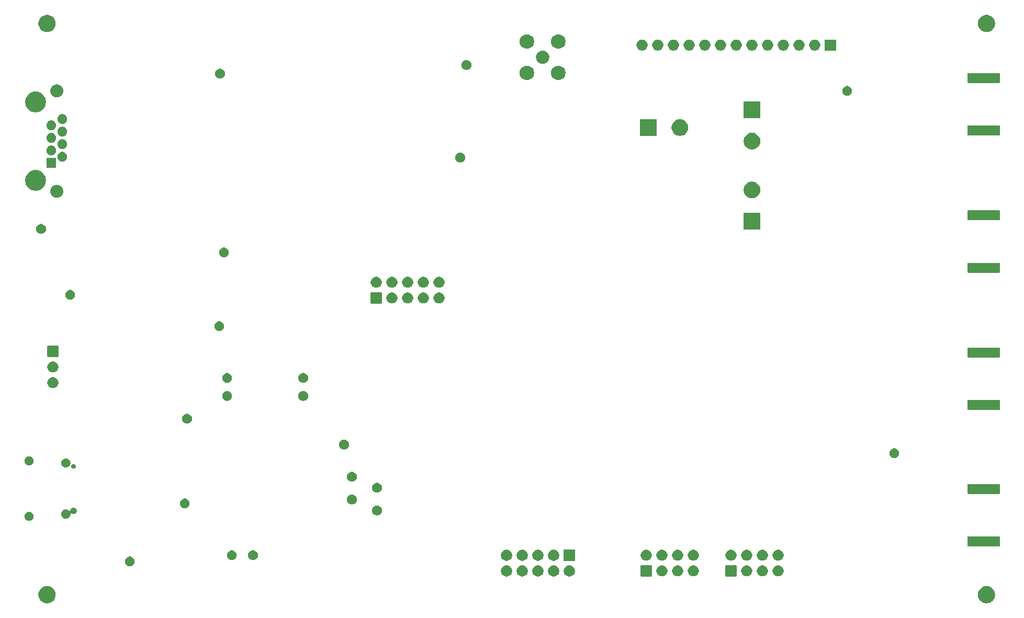
<source format=gbr>
G04 #@! TF.GenerationSoftware,KiCad,Pcbnew,9.0.0-9.0.0-2~ubuntu24.04.1*
G04 #@! TF.CreationDate,2025-03-10T11:02:05+01:00*
G04 #@! TF.ProjectId,Receiver,52656365-6976-4657-922e-6b696361645f,rev?*
G04 #@! TF.SameCoordinates,Original*
G04 #@! TF.FileFunction,Soldermask,Bot*
G04 #@! TF.FilePolarity,Negative*
%FSLAX46Y46*%
G04 Gerber Fmt 4.6, Leading zero omitted, Abs format (unit mm)*
G04 Created by KiCad (PCBNEW 9.0.0-9.0.0-2~ubuntu24.04.1) date 2025-03-10 11:02:05*
%MOMM*%
%LPD*%
G01*
G04 APERTURE LIST*
G04 APERTURE END LIST*
G36*
X74327057Y-154887710D02*
G01*
X74536139Y-154955645D01*
X74732020Y-155055451D01*
X74909877Y-155184671D01*
X75065329Y-155340123D01*
X75194549Y-155517980D01*
X75294355Y-155713861D01*
X75362290Y-155922943D01*
X75396681Y-156140079D01*
X75396681Y-156359921D01*
X75362290Y-156577057D01*
X75294355Y-156786139D01*
X75194549Y-156982020D01*
X75065329Y-157159877D01*
X74909877Y-157315329D01*
X74732020Y-157444549D01*
X74536139Y-157544355D01*
X74327057Y-157612290D01*
X74109921Y-157646681D01*
X73890079Y-157646681D01*
X73672943Y-157612290D01*
X73463861Y-157544355D01*
X73267980Y-157444549D01*
X73090123Y-157315329D01*
X72934671Y-157159877D01*
X72805451Y-156982020D01*
X72705645Y-156786139D01*
X72637710Y-156577057D01*
X72603319Y-156359921D01*
X72603319Y-156140079D01*
X72637710Y-155922943D01*
X72705645Y-155713861D01*
X72805451Y-155517980D01*
X72934671Y-155340123D01*
X73090123Y-155184671D01*
X73267980Y-155055451D01*
X73463861Y-154955645D01*
X73672943Y-154887710D01*
X73890079Y-154853319D01*
X74109921Y-154853319D01*
X74327057Y-154887710D01*
G37*
G36*
X226327057Y-154887710D02*
G01*
X226536139Y-154955645D01*
X226732020Y-155055451D01*
X226909877Y-155184671D01*
X227065329Y-155340123D01*
X227194549Y-155517980D01*
X227294355Y-155713861D01*
X227362290Y-155922943D01*
X227396681Y-156140079D01*
X227396681Y-156359921D01*
X227362290Y-156577057D01*
X227294355Y-156786139D01*
X227194549Y-156982020D01*
X227065329Y-157159877D01*
X226909877Y-157315329D01*
X226732020Y-157444549D01*
X226536139Y-157544355D01*
X226327057Y-157612290D01*
X226109921Y-157646681D01*
X225890079Y-157646681D01*
X225672943Y-157612290D01*
X225463861Y-157544355D01*
X225267980Y-157444549D01*
X225090123Y-157315329D01*
X224934671Y-157159877D01*
X224805451Y-156982020D01*
X224705645Y-156786139D01*
X224637710Y-156577057D01*
X224603319Y-156359921D01*
X224603319Y-156140079D01*
X224637710Y-155922943D01*
X224705645Y-155713861D01*
X224805451Y-155517980D01*
X224934671Y-155340123D01*
X225090123Y-155184671D01*
X225267980Y-155055451D01*
X225463861Y-154955645D01*
X225672943Y-154887710D01*
X225890079Y-154853319D01*
X226109921Y-154853319D01*
X226327057Y-154887710D01*
G37*
G36*
X148601494Y-151524782D02*
G01*
X148767139Y-151593395D01*
X148916216Y-151693005D01*
X149042995Y-151819784D01*
X149142605Y-151968861D01*
X149211218Y-152134506D01*
X149246196Y-152310354D01*
X149246196Y-152489646D01*
X149211218Y-152665494D01*
X149142605Y-152831139D01*
X149042995Y-152980216D01*
X148916216Y-153106995D01*
X148767139Y-153206605D01*
X148601494Y-153275218D01*
X148425646Y-153310196D01*
X148246354Y-153310196D01*
X148070506Y-153275218D01*
X147904861Y-153206605D01*
X147755784Y-153106995D01*
X147629005Y-152980216D01*
X147529395Y-152831139D01*
X147460782Y-152665494D01*
X147425804Y-152489646D01*
X147425804Y-152310354D01*
X147460782Y-152134506D01*
X147529395Y-151968861D01*
X147629005Y-151819784D01*
X147755784Y-151693005D01*
X147904861Y-151593395D01*
X148070506Y-151524782D01*
X148246354Y-151489804D01*
X148425646Y-151489804D01*
X148601494Y-151524782D01*
G37*
G36*
X151141494Y-151524782D02*
G01*
X151307139Y-151593395D01*
X151456216Y-151693005D01*
X151582995Y-151819784D01*
X151682605Y-151968861D01*
X151751218Y-152134506D01*
X151786196Y-152310354D01*
X151786196Y-152489646D01*
X151751218Y-152665494D01*
X151682605Y-152831139D01*
X151582995Y-152980216D01*
X151456216Y-153106995D01*
X151307139Y-153206605D01*
X151141494Y-153275218D01*
X150965646Y-153310196D01*
X150786354Y-153310196D01*
X150610506Y-153275218D01*
X150444861Y-153206605D01*
X150295784Y-153106995D01*
X150169005Y-152980216D01*
X150069395Y-152831139D01*
X150000782Y-152665494D01*
X149965804Y-152489646D01*
X149965804Y-152310354D01*
X150000782Y-152134506D01*
X150069395Y-151968861D01*
X150169005Y-151819784D01*
X150295784Y-151693005D01*
X150444861Y-151593395D01*
X150610506Y-151524782D01*
X150786354Y-151489804D01*
X150965646Y-151489804D01*
X151141494Y-151524782D01*
G37*
G36*
X153681494Y-151524782D02*
G01*
X153847139Y-151593395D01*
X153996216Y-151693005D01*
X154122995Y-151819784D01*
X154222605Y-151968861D01*
X154291218Y-152134506D01*
X154326196Y-152310354D01*
X154326196Y-152489646D01*
X154291218Y-152665494D01*
X154222605Y-152831139D01*
X154122995Y-152980216D01*
X153996216Y-153106995D01*
X153847139Y-153206605D01*
X153681494Y-153275218D01*
X153505646Y-153310196D01*
X153326354Y-153310196D01*
X153150506Y-153275218D01*
X152984861Y-153206605D01*
X152835784Y-153106995D01*
X152709005Y-152980216D01*
X152609395Y-152831139D01*
X152540782Y-152665494D01*
X152505804Y-152489646D01*
X152505804Y-152310354D01*
X152540782Y-152134506D01*
X152609395Y-151968861D01*
X152709005Y-151819784D01*
X152835784Y-151693005D01*
X152984861Y-151593395D01*
X153150506Y-151524782D01*
X153326354Y-151489804D01*
X153505646Y-151489804D01*
X153681494Y-151524782D01*
G37*
G36*
X156221494Y-151524782D02*
G01*
X156387139Y-151593395D01*
X156536216Y-151693005D01*
X156662995Y-151819784D01*
X156762605Y-151968861D01*
X156831218Y-152134506D01*
X156866196Y-152310354D01*
X156866196Y-152489646D01*
X156831218Y-152665494D01*
X156762605Y-152831139D01*
X156662995Y-152980216D01*
X156536216Y-153106995D01*
X156387139Y-153206605D01*
X156221494Y-153275218D01*
X156045646Y-153310196D01*
X155866354Y-153310196D01*
X155690506Y-153275218D01*
X155524861Y-153206605D01*
X155375784Y-153106995D01*
X155249005Y-152980216D01*
X155149395Y-152831139D01*
X155080782Y-152665494D01*
X155045804Y-152489646D01*
X155045804Y-152310354D01*
X155080782Y-152134506D01*
X155149395Y-151968861D01*
X155249005Y-151819784D01*
X155375784Y-151693005D01*
X155524861Y-151593395D01*
X155690506Y-151524782D01*
X155866354Y-151489804D01*
X156045646Y-151489804D01*
X156221494Y-151524782D01*
G37*
G36*
X158761494Y-151524782D02*
G01*
X158927139Y-151593395D01*
X159076216Y-151693005D01*
X159202995Y-151819784D01*
X159302605Y-151968861D01*
X159371218Y-152134506D01*
X159406196Y-152310354D01*
X159406196Y-152489646D01*
X159371218Y-152665494D01*
X159302605Y-152831139D01*
X159202995Y-152980216D01*
X159076216Y-153106995D01*
X158927139Y-153206605D01*
X158761494Y-153275218D01*
X158585646Y-153310196D01*
X158406354Y-153310196D01*
X158230506Y-153275218D01*
X158064861Y-153206605D01*
X157915784Y-153106995D01*
X157789005Y-152980216D01*
X157689395Y-152831139D01*
X157620782Y-152665494D01*
X157585804Y-152489646D01*
X157585804Y-152310354D01*
X157620782Y-152134506D01*
X157689395Y-151968861D01*
X157789005Y-151819784D01*
X157915784Y-151693005D01*
X158064861Y-151593395D01*
X158230506Y-151524782D01*
X158406354Y-151489804D01*
X158585646Y-151489804D01*
X158761494Y-151524782D01*
G37*
G36*
X171811517Y-151502882D02*
G01*
X171828062Y-151513938D01*
X171839118Y-151530483D01*
X171843000Y-151550000D01*
X171843000Y-153250000D01*
X171839118Y-153269517D01*
X171828062Y-153286062D01*
X171811517Y-153297118D01*
X171792000Y-153301000D01*
X170092000Y-153301000D01*
X170072483Y-153297118D01*
X170055938Y-153286062D01*
X170044882Y-153269517D01*
X170041000Y-153250000D01*
X170041000Y-151550000D01*
X170044882Y-151530483D01*
X170055938Y-151513938D01*
X170072483Y-151502882D01*
X170092000Y-151499000D01*
X171792000Y-151499000D01*
X171811517Y-151502882D01*
G37*
G36*
X185527517Y-151502882D02*
G01*
X185544062Y-151513938D01*
X185555118Y-151530483D01*
X185559000Y-151550000D01*
X185559000Y-153250000D01*
X185555118Y-153269517D01*
X185544062Y-153286062D01*
X185527517Y-153297118D01*
X185508000Y-153301000D01*
X183808000Y-153301000D01*
X183788483Y-153297118D01*
X183771938Y-153286062D01*
X183760882Y-153269517D01*
X183757000Y-153250000D01*
X183757000Y-151550000D01*
X183760882Y-151530483D01*
X183771938Y-151513938D01*
X183788483Y-151502882D01*
X183808000Y-151499000D01*
X185508000Y-151499000D01*
X185527517Y-151502882D01*
G37*
G36*
X173743546Y-151537797D02*
G01*
X173906728Y-151605389D01*
X174053588Y-151703518D01*
X174178482Y-151828412D01*
X174276611Y-151975272D01*
X174344203Y-152138454D01*
X174378661Y-152311687D01*
X174378661Y-152488313D01*
X174344203Y-152661546D01*
X174276611Y-152824728D01*
X174178482Y-152971588D01*
X174053588Y-153096482D01*
X173906728Y-153194611D01*
X173743546Y-153262203D01*
X173570313Y-153296661D01*
X173393687Y-153296661D01*
X173220454Y-153262203D01*
X173057272Y-153194611D01*
X172910412Y-153096482D01*
X172785518Y-152971588D01*
X172687389Y-152824728D01*
X172619797Y-152661546D01*
X172585339Y-152488313D01*
X172585339Y-152311687D01*
X172619797Y-152138454D01*
X172687389Y-151975272D01*
X172785518Y-151828412D01*
X172910412Y-151703518D01*
X173057272Y-151605389D01*
X173220454Y-151537797D01*
X173393687Y-151503339D01*
X173570313Y-151503339D01*
X173743546Y-151537797D01*
G37*
G36*
X176283546Y-151537797D02*
G01*
X176446728Y-151605389D01*
X176593588Y-151703518D01*
X176718482Y-151828412D01*
X176816611Y-151975272D01*
X176884203Y-152138454D01*
X176918661Y-152311687D01*
X176918661Y-152488313D01*
X176884203Y-152661546D01*
X176816611Y-152824728D01*
X176718482Y-152971588D01*
X176593588Y-153096482D01*
X176446728Y-153194611D01*
X176283546Y-153262203D01*
X176110313Y-153296661D01*
X175933687Y-153296661D01*
X175760454Y-153262203D01*
X175597272Y-153194611D01*
X175450412Y-153096482D01*
X175325518Y-152971588D01*
X175227389Y-152824728D01*
X175159797Y-152661546D01*
X175125339Y-152488313D01*
X175125339Y-152311687D01*
X175159797Y-152138454D01*
X175227389Y-151975272D01*
X175325518Y-151828412D01*
X175450412Y-151703518D01*
X175597272Y-151605389D01*
X175760454Y-151537797D01*
X175933687Y-151503339D01*
X176110313Y-151503339D01*
X176283546Y-151537797D01*
G37*
G36*
X178823546Y-151537797D02*
G01*
X178986728Y-151605389D01*
X179133588Y-151703518D01*
X179258482Y-151828412D01*
X179356611Y-151975272D01*
X179424203Y-152138454D01*
X179458661Y-152311687D01*
X179458661Y-152488313D01*
X179424203Y-152661546D01*
X179356611Y-152824728D01*
X179258482Y-152971588D01*
X179133588Y-153096482D01*
X178986728Y-153194611D01*
X178823546Y-153262203D01*
X178650313Y-153296661D01*
X178473687Y-153296661D01*
X178300454Y-153262203D01*
X178137272Y-153194611D01*
X177990412Y-153096482D01*
X177865518Y-152971588D01*
X177767389Y-152824728D01*
X177699797Y-152661546D01*
X177665339Y-152488313D01*
X177665339Y-152311687D01*
X177699797Y-152138454D01*
X177767389Y-151975272D01*
X177865518Y-151828412D01*
X177990412Y-151703518D01*
X178137272Y-151605389D01*
X178300454Y-151537797D01*
X178473687Y-151503339D01*
X178650313Y-151503339D01*
X178823546Y-151537797D01*
G37*
G36*
X187459546Y-151537797D02*
G01*
X187622728Y-151605389D01*
X187769588Y-151703518D01*
X187894482Y-151828412D01*
X187992611Y-151975272D01*
X188060203Y-152138454D01*
X188094661Y-152311687D01*
X188094661Y-152488313D01*
X188060203Y-152661546D01*
X187992611Y-152824728D01*
X187894482Y-152971588D01*
X187769588Y-153096482D01*
X187622728Y-153194611D01*
X187459546Y-153262203D01*
X187286313Y-153296661D01*
X187109687Y-153296661D01*
X186936454Y-153262203D01*
X186773272Y-153194611D01*
X186626412Y-153096482D01*
X186501518Y-152971588D01*
X186403389Y-152824728D01*
X186335797Y-152661546D01*
X186301339Y-152488313D01*
X186301339Y-152311687D01*
X186335797Y-152138454D01*
X186403389Y-151975272D01*
X186501518Y-151828412D01*
X186626412Y-151703518D01*
X186773272Y-151605389D01*
X186936454Y-151537797D01*
X187109687Y-151503339D01*
X187286313Y-151503339D01*
X187459546Y-151537797D01*
G37*
G36*
X189999546Y-151537797D02*
G01*
X190162728Y-151605389D01*
X190309588Y-151703518D01*
X190434482Y-151828412D01*
X190532611Y-151975272D01*
X190600203Y-152138454D01*
X190634661Y-152311687D01*
X190634661Y-152488313D01*
X190600203Y-152661546D01*
X190532611Y-152824728D01*
X190434482Y-152971588D01*
X190309588Y-153096482D01*
X190162728Y-153194611D01*
X189999546Y-153262203D01*
X189826313Y-153296661D01*
X189649687Y-153296661D01*
X189476454Y-153262203D01*
X189313272Y-153194611D01*
X189166412Y-153096482D01*
X189041518Y-152971588D01*
X188943389Y-152824728D01*
X188875797Y-152661546D01*
X188841339Y-152488313D01*
X188841339Y-152311687D01*
X188875797Y-152138454D01*
X188943389Y-151975272D01*
X189041518Y-151828412D01*
X189166412Y-151703518D01*
X189313272Y-151605389D01*
X189476454Y-151537797D01*
X189649687Y-151503339D01*
X189826313Y-151503339D01*
X189999546Y-151537797D01*
G37*
G36*
X192539546Y-151537797D02*
G01*
X192702728Y-151605389D01*
X192849588Y-151703518D01*
X192974482Y-151828412D01*
X193072611Y-151975272D01*
X193140203Y-152138454D01*
X193174661Y-152311687D01*
X193174661Y-152488313D01*
X193140203Y-152661546D01*
X193072611Y-152824728D01*
X192974482Y-152971588D01*
X192849588Y-153096482D01*
X192702728Y-153194611D01*
X192539546Y-153262203D01*
X192366313Y-153296661D01*
X192189687Y-153296661D01*
X192016454Y-153262203D01*
X191853272Y-153194611D01*
X191706412Y-153096482D01*
X191581518Y-152971588D01*
X191483389Y-152824728D01*
X191415797Y-152661546D01*
X191381339Y-152488313D01*
X191381339Y-152311687D01*
X191415797Y-152138454D01*
X191483389Y-151975272D01*
X191581518Y-151828412D01*
X191706412Y-151703518D01*
X191853272Y-151605389D01*
X192016454Y-151537797D01*
X192189687Y-151503339D01*
X192366313Y-151503339D01*
X192539546Y-151537797D01*
G37*
G36*
X87608518Y-150109491D02*
G01*
X87753589Y-150169581D01*
X87884149Y-150256819D01*
X87995181Y-150367851D01*
X88082419Y-150498411D01*
X88142509Y-150643482D01*
X88173143Y-150797488D01*
X88173143Y-150954512D01*
X88142509Y-151108518D01*
X88082419Y-151253589D01*
X87995181Y-151384149D01*
X87884149Y-151495181D01*
X87753589Y-151582419D01*
X87608518Y-151642509D01*
X87454512Y-151673143D01*
X87297488Y-151673143D01*
X87143482Y-151642509D01*
X86998411Y-151582419D01*
X86867851Y-151495181D01*
X86756819Y-151384149D01*
X86669581Y-151253589D01*
X86609491Y-151108518D01*
X86578857Y-150954512D01*
X86578857Y-150797488D01*
X86609491Y-150643482D01*
X86669581Y-150498411D01*
X86756819Y-150367851D01*
X86867851Y-150256819D01*
X86998411Y-150169581D01*
X87143482Y-150109491D01*
X87297488Y-150078857D01*
X87454512Y-150078857D01*
X87608518Y-150109491D01*
G37*
G36*
X159379117Y-148949282D02*
G01*
X159395662Y-148960338D01*
X159406718Y-148976883D01*
X159410600Y-148996400D01*
X159410600Y-150723600D01*
X159406718Y-150743117D01*
X159395662Y-150759662D01*
X159379117Y-150770718D01*
X159359600Y-150774600D01*
X157632400Y-150774600D01*
X157612883Y-150770718D01*
X157596338Y-150759662D01*
X157585282Y-150743117D01*
X157581400Y-150723600D01*
X157581400Y-148996400D01*
X157585282Y-148976883D01*
X157596338Y-148960338D01*
X157612883Y-148949282D01*
X157632400Y-148945400D01*
X159359600Y-148945400D01*
X159379117Y-148949282D01*
G37*
G36*
X148601494Y-148984782D02*
G01*
X148767139Y-149053395D01*
X148916216Y-149153005D01*
X149042995Y-149279784D01*
X149142605Y-149428861D01*
X149211218Y-149594506D01*
X149246196Y-149770354D01*
X149246196Y-149949646D01*
X149211218Y-150125494D01*
X149142605Y-150291139D01*
X149042995Y-150440216D01*
X148916216Y-150566995D01*
X148767139Y-150666605D01*
X148601494Y-150735218D01*
X148425646Y-150770196D01*
X148246354Y-150770196D01*
X148070506Y-150735218D01*
X147904861Y-150666605D01*
X147755784Y-150566995D01*
X147629005Y-150440216D01*
X147529395Y-150291139D01*
X147460782Y-150125494D01*
X147425804Y-149949646D01*
X147425804Y-149770354D01*
X147460782Y-149594506D01*
X147529395Y-149428861D01*
X147629005Y-149279784D01*
X147755784Y-149153005D01*
X147904861Y-149053395D01*
X148070506Y-148984782D01*
X148246354Y-148949804D01*
X148425646Y-148949804D01*
X148601494Y-148984782D01*
G37*
G36*
X151141494Y-148984782D02*
G01*
X151307139Y-149053395D01*
X151456216Y-149153005D01*
X151582995Y-149279784D01*
X151682605Y-149428861D01*
X151751218Y-149594506D01*
X151786196Y-149770354D01*
X151786196Y-149949646D01*
X151751218Y-150125494D01*
X151682605Y-150291139D01*
X151582995Y-150440216D01*
X151456216Y-150566995D01*
X151307139Y-150666605D01*
X151141494Y-150735218D01*
X150965646Y-150770196D01*
X150786354Y-150770196D01*
X150610506Y-150735218D01*
X150444861Y-150666605D01*
X150295784Y-150566995D01*
X150169005Y-150440216D01*
X150069395Y-150291139D01*
X150000782Y-150125494D01*
X149965804Y-149949646D01*
X149965804Y-149770354D01*
X150000782Y-149594506D01*
X150069395Y-149428861D01*
X150169005Y-149279784D01*
X150295784Y-149153005D01*
X150444861Y-149053395D01*
X150610506Y-148984782D01*
X150786354Y-148949804D01*
X150965646Y-148949804D01*
X151141494Y-148984782D01*
G37*
G36*
X153681494Y-148984782D02*
G01*
X153847139Y-149053395D01*
X153996216Y-149153005D01*
X154122995Y-149279784D01*
X154222605Y-149428861D01*
X154291218Y-149594506D01*
X154326196Y-149770354D01*
X154326196Y-149949646D01*
X154291218Y-150125494D01*
X154222605Y-150291139D01*
X154122995Y-150440216D01*
X153996216Y-150566995D01*
X153847139Y-150666605D01*
X153681494Y-150735218D01*
X153505646Y-150770196D01*
X153326354Y-150770196D01*
X153150506Y-150735218D01*
X152984861Y-150666605D01*
X152835784Y-150566995D01*
X152709005Y-150440216D01*
X152609395Y-150291139D01*
X152540782Y-150125494D01*
X152505804Y-149949646D01*
X152505804Y-149770354D01*
X152540782Y-149594506D01*
X152609395Y-149428861D01*
X152709005Y-149279784D01*
X152835784Y-149153005D01*
X152984861Y-149053395D01*
X153150506Y-148984782D01*
X153326354Y-148949804D01*
X153505646Y-148949804D01*
X153681494Y-148984782D01*
G37*
G36*
X156221494Y-148984782D02*
G01*
X156387139Y-149053395D01*
X156536216Y-149153005D01*
X156662995Y-149279784D01*
X156762605Y-149428861D01*
X156831218Y-149594506D01*
X156866196Y-149770354D01*
X156866196Y-149949646D01*
X156831218Y-150125494D01*
X156762605Y-150291139D01*
X156662995Y-150440216D01*
X156536216Y-150566995D01*
X156387139Y-150666605D01*
X156221494Y-150735218D01*
X156045646Y-150770196D01*
X155866354Y-150770196D01*
X155690506Y-150735218D01*
X155524861Y-150666605D01*
X155375784Y-150566995D01*
X155249005Y-150440216D01*
X155149395Y-150291139D01*
X155080782Y-150125494D01*
X155045804Y-149949646D01*
X155045804Y-149770354D01*
X155080782Y-149594506D01*
X155149395Y-149428861D01*
X155249005Y-149279784D01*
X155375784Y-149153005D01*
X155524861Y-149053395D01*
X155690506Y-148984782D01*
X155866354Y-148949804D01*
X156045646Y-148949804D01*
X156221494Y-148984782D01*
G37*
G36*
X171203546Y-148997797D02*
G01*
X171366728Y-149065389D01*
X171513588Y-149163518D01*
X171638482Y-149288412D01*
X171736611Y-149435272D01*
X171804203Y-149598454D01*
X171838661Y-149771687D01*
X171838661Y-149948313D01*
X171804203Y-150121546D01*
X171736611Y-150284728D01*
X171638482Y-150431588D01*
X171513588Y-150556482D01*
X171366728Y-150654611D01*
X171203546Y-150722203D01*
X171030313Y-150756661D01*
X170853687Y-150756661D01*
X170680454Y-150722203D01*
X170517272Y-150654611D01*
X170370412Y-150556482D01*
X170245518Y-150431588D01*
X170147389Y-150284728D01*
X170079797Y-150121546D01*
X170045339Y-149948313D01*
X170045339Y-149771687D01*
X170079797Y-149598454D01*
X170147389Y-149435272D01*
X170245518Y-149288412D01*
X170370412Y-149163518D01*
X170517272Y-149065389D01*
X170680454Y-148997797D01*
X170853687Y-148963339D01*
X171030313Y-148963339D01*
X171203546Y-148997797D01*
G37*
G36*
X173743546Y-148997797D02*
G01*
X173906728Y-149065389D01*
X174053588Y-149163518D01*
X174178482Y-149288412D01*
X174276611Y-149435272D01*
X174344203Y-149598454D01*
X174378661Y-149771687D01*
X174378661Y-149948313D01*
X174344203Y-150121546D01*
X174276611Y-150284728D01*
X174178482Y-150431588D01*
X174053588Y-150556482D01*
X173906728Y-150654611D01*
X173743546Y-150722203D01*
X173570313Y-150756661D01*
X173393687Y-150756661D01*
X173220454Y-150722203D01*
X173057272Y-150654611D01*
X172910412Y-150556482D01*
X172785518Y-150431588D01*
X172687389Y-150284728D01*
X172619797Y-150121546D01*
X172585339Y-149948313D01*
X172585339Y-149771687D01*
X172619797Y-149598454D01*
X172687389Y-149435272D01*
X172785518Y-149288412D01*
X172910412Y-149163518D01*
X173057272Y-149065389D01*
X173220454Y-148997797D01*
X173393687Y-148963339D01*
X173570313Y-148963339D01*
X173743546Y-148997797D01*
G37*
G36*
X176283546Y-148997797D02*
G01*
X176446728Y-149065389D01*
X176593588Y-149163518D01*
X176718482Y-149288412D01*
X176816611Y-149435272D01*
X176884203Y-149598454D01*
X176918661Y-149771687D01*
X176918661Y-149948313D01*
X176884203Y-150121546D01*
X176816611Y-150284728D01*
X176718482Y-150431588D01*
X176593588Y-150556482D01*
X176446728Y-150654611D01*
X176283546Y-150722203D01*
X176110313Y-150756661D01*
X175933687Y-150756661D01*
X175760454Y-150722203D01*
X175597272Y-150654611D01*
X175450412Y-150556482D01*
X175325518Y-150431588D01*
X175227389Y-150284728D01*
X175159797Y-150121546D01*
X175125339Y-149948313D01*
X175125339Y-149771687D01*
X175159797Y-149598454D01*
X175227389Y-149435272D01*
X175325518Y-149288412D01*
X175450412Y-149163518D01*
X175597272Y-149065389D01*
X175760454Y-148997797D01*
X175933687Y-148963339D01*
X176110313Y-148963339D01*
X176283546Y-148997797D01*
G37*
G36*
X178823546Y-148997797D02*
G01*
X178986728Y-149065389D01*
X179133588Y-149163518D01*
X179258482Y-149288412D01*
X179356611Y-149435272D01*
X179424203Y-149598454D01*
X179458661Y-149771687D01*
X179458661Y-149948313D01*
X179424203Y-150121546D01*
X179356611Y-150284728D01*
X179258482Y-150431588D01*
X179133588Y-150556482D01*
X178986728Y-150654611D01*
X178823546Y-150722203D01*
X178650313Y-150756661D01*
X178473687Y-150756661D01*
X178300454Y-150722203D01*
X178137272Y-150654611D01*
X177990412Y-150556482D01*
X177865518Y-150431588D01*
X177767389Y-150284728D01*
X177699797Y-150121546D01*
X177665339Y-149948313D01*
X177665339Y-149771687D01*
X177699797Y-149598454D01*
X177767389Y-149435272D01*
X177865518Y-149288412D01*
X177990412Y-149163518D01*
X178137272Y-149065389D01*
X178300454Y-148997797D01*
X178473687Y-148963339D01*
X178650313Y-148963339D01*
X178823546Y-148997797D01*
G37*
G36*
X184919546Y-148997797D02*
G01*
X185082728Y-149065389D01*
X185229588Y-149163518D01*
X185354482Y-149288412D01*
X185452611Y-149435272D01*
X185520203Y-149598454D01*
X185554661Y-149771687D01*
X185554661Y-149948313D01*
X185520203Y-150121546D01*
X185452611Y-150284728D01*
X185354482Y-150431588D01*
X185229588Y-150556482D01*
X185082728Y-150654611D01*
X184919546Y-150722203D01*
X184746313Y-150756661D01*
X184569687Y-150756661D01*
X184396454Y-150722203D01*
X184233272Y-150654611D01*
X184086412Y-150556482D01*
X183961518Y-150431588D01*
X183863389Y-150284728D01*
X183795797Y-150121546D01*
X183761339Y-149948313D01*
X183761339Y-149771687D01*
X183795797Y-149598454D01*
X183863389Y-149435272D01*
X183961518Y-149288412D01*
X184086412Y-149163518D01*
X184233272Y-149065389D01*
X184396454Y-148997797D01*
X184569687Y-148963339D01*
X184746313Y-148963339D01*
X184919546Y-148997797D01*
G37*
G36*
X187459546Y-148997797D02*
G01*
X187622728Y-149065389D01*
X187769588Y-149163518D01*
X187894482Y-149288412D01*
X187992611Y-149435272D01*
X188060203Y-149598454D01*
X188094661Y-149771687D01*
X188094661Y-149948313D01*
X188060203Y-150121546D01*
X187992611Y-150284728D01*
X187894482Y-150431588D01*
X187769588Y-150556482D01*
X187622728Y-150654611D01*
X187459546Y-150722203D01*
X187286313Y-150756661D01*
X187109687Y-150756661D01*
X186936454Y-150722203D01*
X186773272Y-150654611D01*
X186626412Y-150556482D01*
X186501518Y-150431588D01*
X186403389Y-150284728D01*
X186335797Y-150121546D01*
X186301339Y-149948313D01*
X186301339Y-149771687D01*
X186335797Y-149598454D01*
X186403389Y-149435272D01*
X186501518Y-149288412D01*
X186626412Y-149163518D01*
X186773272Y-149065389D01*
X186936454Y-148997797D01*
X187109687Y-148963339D01*
X187286313Y-148963339D01*
X187459546Y-148997797D01*
G37*
G36*
X189999546Y-148997797D02*
G01*
X190162728Y-149065389D01*
X190309588Y-149163518D01*
X190434482Y-149288412D01*
X190532611Y-149435272D01*
X190600203Y-149598454D01*
X190634661Y-149771687D01*
X190634661Y-149948313D01*
X190600203Y-150121546D01*
X190532611Y-150284728D01*
X190434482Y-150431588D01*
X190309588Y-150556482D01*
X190162728Y-150654611D01*
X189999546Y-150722203D01*
X189826313Y-150756661D01*
X189649687Y-150756661D01*
X189476454Y-150722203D01*
X189313272Y-150654611D01*
X189166412Y-150556482D01*
X189041518Y-150431588D01*
X188943389Y-150284728D01*
X188875797Y-150121546D01*
X188841339Y-149948313D01*
X188841339Y-149771687D01*
X188875797Y-149598454D01*
X188943389Y-149435272D01*
X189041518Y-149288412D01*
X189166412Y-149163518D01*
X189313272Y-149065389D01*
X189476454Y-148997797D01*
X189649687Y-148963339D01*
X189826313Y-148963339D01*
X189999546Y-148997797D01*
G37*
G36*
X192539546Y-148997797D02*
G01*
X192702728Y-149065389D01*
X192849588Y-149163518D01*
X192974482Y-149288412D01*
X193072611Y-149435272D01*
X193140203Y-149598454D01*
X193174661Y-149771687D01*
X193174661Y-149948313D01*
X193140203Y-150121546D01*
X193072611Y-150284728D01*
X192974482Y-150431588D01*
X192849588Y-150556482D01*
X192702728Y-150654611D01*
X192539546Y-150722203D01*
X192366313Y-150756661D01*
X192189687Y-150756661D01*
X192016454Y-150722203D01*
X191853272Y-150654611D01*
X191706412Y-150556482D01*
X191581518Y-150431588D01*
X191483389Y-150284728D01*
X191415797Y-150121546D01*
X191381339Y-149948313D01*
X191381339Y-149771687D01*
X191415797Y-149598454D01*
X191483389Y-149435272D01*
X191581518Y-149288412D01*
X191706412Y-149163518D01*
X191853272Y-149065389D01*
X192016454Y-148997797D01*
X192189687Y-148963339D01*
X192366313Y-148963339D01*
X192539546Y-148997797D01*
G37*
G36*
X104118518Y-149093491D02*
G01*
X104263589Y-149153581D01*
X104394149Y-149240819D01*
X104505181Y-149351851D01*
X104592419Y-149482411D01*
X104652509Y-149627482D01*
X104683143Y-149781488D01*
X104683143Y-149938512D01*
X104652509Y-150092518D01*
X104592419Y-150237589D01*
X104505181Y-150368149D01*
X104394149Y-150479181D01*
X104263589Y-150566419D01*
X104118518Y-150626509D01*
X103964512Y-150657143D01*
X103807488Y-150657143D01*
X103653482Y-150626509D01*
X103508411Y-150566419D01*
X103377851Y-150479181D01*
X103266819Y-150368149D01*
X103179581Y-150237589D01*
X103119491Y-150092518D01*
X103088857Y-149938512D01*
X103088857Y-149781488D01*
X103119491Y-149627482D01*
X103179581Y-149482411D01*
X103266819Y-149351851D01*
X103377851Y-149240819D01*
X103508411Y-149153581D01*
X103653482Y-149093491D01*
X103807488Y-149062857D01*
X103964512Y-149062857D01*
X104118518Y-149093491D01*
G37*
G36*
X107547518Y-149093491D02*
G01*
X107692589Y-149153581D01*
X107823149Y-149240819D01*
X107934181Y-149351851D01*
X108021419Y-149482411D01*
X108081509Y-149627482D01*
X108112143Y-149781488D01*
X108112143Y-149938512D01*
X108081509Y-150092518D01*
X108021419Y-150237589D01*
X107934181Y-150368149D01*
X107823149Y-150479181D01*
X107692589Y-150566419D01*
X107547518Y-150626509D01*
X107393512Y-150657143D01*
X107236488Y-150657143D01*
X107082482Y-150626509D01*
X106937411Y-150566419D01*
X106806851Y-150479181D01*
X106695819Y-150368149D01*
X106608581Y-150237589D01*
X106548491Y-150092518D01*
X106517857Y-149938512D01*
X106517857Y-149781488D01*
X106548491Y-149627482D01*
X106608581Y-149482411D01*
X106695819Y-149351851D01*
X106806851Y-149240819D01*
X106937411Y-149153581D01*
X107082482Y-149093491D01*
X107236488Y-149062857D01*
X107393512Y-149062857D01*
X107547518Y-149093491D01*
G37*
G36*
X228111517Y-146835882D02*
G01*
X228128062Y-146846938D01*
X228139118Y-146863483D01*
X228143000Y-146883000D01*
X228143000Y-148383000D01*
X228139118Y-148402517D01*
X228128062Y-148419062D01*
X228111517Y-148430118D01*
X228092000Y-148434000D01*
X223012000Y-148434000D01*
X222992483Y-148430118D01*
X222975938Y-148419062D01*
X222964882Y-148402517D01*
X222961000Y-148383000D01*
X222961000Y-146883000D01*
X222964882Y-146863483D01*
X222975938Y-146846938D01*
X222992483Y-146835882D01*
X223012000Y-146832000D01*
X228092000Y-146832000D01*
X228111517Y-146835882D01*
G37*
G36*
X71292004Y-142836338D02*
G01*
X71428019Y-142892677D01*
X71550429Y-142974469D01*
X71654531Y-143078571D01*
X71736323Y-143200981D01*
X71792662Y-143336996D01*
X71821384Y-143481389D01*
X71821384Y-143628611D01*
X71792662Y-143773004D01*
X71736323Y-143909019D01*
X71654531Y-144031429D01*
X71550429Y-144135531D01*
X71428019Y-144217323D01*
X71292004Y-144273662D01*
X71147611Y-144302384D01*
X71000389Y-144302384D01*
X70855996Y-144273662D01*
X70719981Y-144217323D01*
X70597571Y-144135531D01*
X70493469Y-144031429D01*
X70411677Y-143909019D01*
X70355338Y-143773004D01*
X70326616Y-143628611D01*
X70326616Y-143481389D01*
X70355338Y-143336996D01*
X70411677Y-143200981D01*
X70493469Y-143078571D01*
X70597571Y-142974469D01*
X70719981Y-142892677D01*
X70855996Y-142836338D01*
X71000389Y-142807616D01*
X71147611Y-142807616D01*
X71292004Y-142836338D01*
G37*
G36*
X78332361Y-142143500D02*
G01*
X78342657Y-142143500D01*
X78372322Y-142151448D01*
X78426513Y-142162228D01*
X78452090Y-142172822D01*
X78475291Y-142179039D01*
X78496090Y-142191047D01*
X78521668Y-142201642D01*
X78567605Y-142232336D01*
X78594209Y-142247696D01*
X78601491Y-142254978D01*
X78607305Y-142258863D01*
X78680136Y-142331694D01*
X78684020Y-142337507D01*
X78691304Y-142344791D01*
X78706665Y-142371398D01*
X78737357Y-142417331D01*
X78747950Y-142442905D01*
X78759961Y-142463709D01*
X78766178Y-142486913D01*
X78776771Y-142512486D01*
X78787549Y-142566672D01*
X78795500Y-142596343D01*
X78795500Y-142606638D01*
X78796865Y-142613501D01*
X78796865Y-142716498D01*
X78795500Y-142723360D01*
X78795500Y-142733657D01*
X78787548Y-142763330D01*
X78776771Y-142817513D01*
X78766179Y-142843084D01*
X78759961Y-142866291D01*
X78747948Y-142887096D01*
X78737357Y-142912668D01*
X78706669Y-142958594D01*
X78691304Y-142985209D01*
X78684018Y-142992494D01*
X78680136Y-142998305D01*
X78607305Y-143071136D01*
X78601494Y-143075018D01*
X78594209Y-143082304D01*
X78567594Y-143097669D01*
X78521668Y-143128357D01*
X78496096Y-143138948D01*
X78475291Y-143150961D01*
X78452084Y-143157179D01*
X78426513Y-143167771D01*
X78372329Y-143178549D01*
X78342657Y-143186500D01*
X78332361Y-143186500D01*
X78325499Y-143187865D01*
X78222501Y-143187865D01*
X78215639Y-143186500D01*
X78205343Y-143186500D01*
X78175672Y-143178549D01*
X78121486Y-143167771D01*
X78095912Y-143157178D01*
X78072709Y-143150961D01*
X78051907Y-143138951D01*
X78026330Y-143128357D01*
X77980397Y-143097664D01*
X77953791Y-143082304D01*
X77946506Y-143075019D01*
X77902933Y-143045904D01*
X77770782Y-143116539D01*
X77770782Y-143118362D01*
X77771384Y-143121389D01*
X77771384Y-143268611D01*
X77742662Y-143413004D01*
X77686323Y-143549019D01*
X77604531Y-143671429D01*
X77500429Y-143775531D01*
X77378019Y-143857323D01*
X77242004Y-143913662D01*
X77097611Y-143942384D01*
X76950389Y-143942384D01*
X76805996Y-143913662D01*
X76669981Y-143857323D01*
X76547571Y-143775531D01*
X76443469Y-143671429D01*
X76361677Y-143549019D01*
X76305338Y-143413004D01*
X76276616Y-143268611D01*
X76276616Y-143121389D01*
X76305338Y-142976996D01*
X76361677Y-142840981D01*
X76443469Y-142718571D01*
X76547571Y-142614469D01*
X76669981Y-142532677D01*
X76805996Y-142476338D01*
X76950389Y-142447616D01*
X77097611Y-142447616D01*
X77242004Y-142476338D01*
X77378019Y-142532677D01*
X77500429Y-142614469D01*
X77597506Y-142711546D01*
X77740244Y-142668248D01*
X77752500Y-142606634D01*
X77752500Y-142596343D01*
X77760446Y-142566686D01*
X77771228Y-142512485D01*
X77781823Y-142486904D01*
X77788039Y-142463709D01*
X77800045Y-142442912D01*
X77810642Y-142417331D01*
X77841340Y-142371387D01*
X77856696Y-142344791D01*
X77863976Y-142337510D01*
X77867863Y-142331694D01*
X77940694Y-142258863D01*
X77946510Y-142254976D01*
X77953791Y-142247696D01*
X77980387Y-142232340D01*
X78026331Y-142201642D01*
X78051911Y-142191046D01*
X78072709Y-142179039D01*
X78095906Y-142172823D01*
X78121486Y-142162228D01*
X78175678Y-142151448D01*
X78205343Y-142143500D01*
X78215639Y-142143500D01*
X78222501Y-142142135D01*
X78325499Y-142142135D01*
X78332361Y-142143500D01*
G37*
G36*
X127613518Y-141854491D02*
G01*
X127758589Y-141914581D01*
X127889149Y-142001819D01*
X128000181Y-142112851D01*
X128087419Y-142243411D01*
X128147509Y-142388482D01*
X128178143Y-142542488D01*
X128178143Y-142699512D01*
X128147509Y-142853518D01*
X128087419Y-142998589D01*
X128000181Y-143129149D01*
X127889149Y-143240181D01*
X127758589Y-143327419D01*
X127613518Y-143387509D01*
X127459512Y-143418143D01*
X127302488Y-143418143D01*
X127148482Y-143387509D01*
X127003411Y-143327419D01*
X126872851Y-143240181D01*
X126761819Y-143129149D01*
X126674581Y-142998589D01*
X126614491Y-142853518D01*
X126583857Y-142699512D01*
X126583857Y-142542488D01*
X126614491Y-142388482D01*
X126674581Y-142243411D01*
X126761819Y-142112851D01*
X126872851Y-142001819D01*
X127003411Y-141914581D01*
X127148482Y-141854491D01*
X127302488Y-141823857D01*
X127459512Y-141823857D01*
X127613518Y-141854491D01*
G37*
G36*
X96498518Y-140711491D02*
G01*
X96643589Y-140771581D01*
X96774149Y-140858819D01*
X96885181Y-140969851D01*
X96972419Y-141100411D01*
X97032509Y-141245482D01*
X97063143Y-141399488D01*
X97063143Y-141556512D01*
X97032509Y-141710518D01*
X96972419Y-141855589D01*
X96885181Y-141986149D01*
X96774149Y-142097181D01*
X96643589Y-142184419D01*
X96498518Y-142244509D01*
X96344512Y-142275143D01*
X96187488Y-142275143D01*
X96033482Y-142244509D01*
X95888411Y-142184419D01*
X95757851Y-142097181D01*
X95646819Y-141986149D01*
X95559581Y-141855589D01*
X95499491Y-141710518D01*
X95468857Y-141556512D01*
X95468857Y-141399488D01*
X95499491Y-141245482D01*
X95559581Y-141100411D01*
X95646819Y-140969851D01*
X95757851Y-140858819D01*
X95888411Y-140771581D01*
X96033482Y-140711491D01*
X96187488Y-140680857D01*
X96344512Y-140680857D01*
X96498518Y-140711491D01*
G37*
G36*
X123549518Y-140076491D02*
G01*
X123694589Y-140136581D01*
X123825149Y-140223819D01*
X123936181Y-140334851D01*
X124023419Y-140465411D01*
X124083509Y-140610482D01*
X124114143Y-140764488D01*
X124114143Y-140921512D01*
X124083509Y-141075518D01*
X124023419Y-141220589D01*
X123936181Y-141351149D01*
X123825149Y-141462181D01*
X123694589Y-141549419D01*
X123549518Y-141609509D01*
X123395512Y-141640143D01*
X123238488Y-141640143D01*
X123084482Y-141609509D01*
X122939411Y-141549419D01*
X122808851Y-141462181D01*
X122697819Y-141351149D01*
X122610581Y-141220589D01*
X122550491Y-141075518D01*
X122519857Y-140921512D01*
X122519857Y-140764488D01*
X122550491Y-140610482D01*
X122610581Y-140465411D01*
X122697819Y-140334851D01*
X122808851Y-140223819D01*
X122939411Y-140136581D01*
X123084482Y-140076491D01*
X123238488Y-140045857D01*
X123395512Y-140045857D01*
X123549518Y-140076491D01*
G37*
G36*
X228111517Y-138335882D02*
G01*
X228128062Y-138346938D01*
X228139118Y-138363483D01*
X228143000Y-138383000D01*
X228143000Y-139883000D01*
X228139118Y-139902517D01*
X228128062Y-139919062D01*
X228111517Y-139930118D01*
X228092000Y-139934000D01*
X223012000Y-139934000D01*
X222992483Y-139930118D01*
X222975938Y-139919062D01*
X222964882Y-139902517D01*
X222961000Y-139883000D01*
X222961000Y-138383000D01*
X222964882Y-138363483D01*
X222975938Y-138346938D01*
X222992483Y-138335882D01*
X223012000Y-138332000D01*
X228092000Y-138332000D01*
X228111517Y-138335882D01*
G37*
G36*
X127613518Y-138171491D02*
G01*
X127758589Y-138231581D01*
X127889149Y-138318819D01*
X128000181Y-138429851D01*
X128087419Y-138560411D01*
X128147509Y-138705482D01*
X128178143Y-138859488D01*
X128178143Y-139016512D01*
X128147509Y-139170518D01*
X128087419Y-139315589D01*
X128000181Y-139446149D01*
X127889149Y-139557181D01*
X127758589Y-139644419D01*
X127613518Y-139704509D01*
X127459512Y-139735143D01*
X127302488Y-139735143D01*
X127148482Y-139704509D01*
X127003411Y-139644419D01*
X126872851Y-139557181D01*
X126761819Y-139446149D01*
X126674581Y-139315589D01*
X126614491Y-139170518D01*
X126583857Y-139016512D01*
X126583857Y-138859488D01*
X126614491Y-138705482D01*
X126674581Y-138560411D01*
X126761819Y-138429851D01*
X126872851Y-138318819D01*
X127003411Y-138231581D01*
X127148482Y-138171491D01*
X127302488Y-138140857D01*
X127459512Y-138140857D01*
X127613518Y-138171491D01*
G37*
G36*
X123549518Y-136393491D02*
G01*
X123694589Y-136453581D01*
X123825149Y-136540819D01*
X123936181Y-136651851D01*
X124023419Y-136782411D01*
X124083509Y-136927482D01*
X124114143Y-137081488D01*
X124114143Y-137238512D01*
X124083509Y-137392518D01*
X124023419Y-137537589D01*
X123936181Y-137668149D01*
X123825149Y-137779181D01*
X123694589Y-137866419D01*
X123549518Y-137926509D01*
X123395512Y-137957143D01*
X123238488Y-137957143D01*
X123084482Y-137926509D01*
X122939411Y-137866419D01*
X122808851Y-137779181D01*
X122697819Y-137668149D01*
X122610581Y-137537589D01*
X122550491Y-137392518D01*
X122519857Y-137238512D01*
X122519857Y-137081488D01*
X122550491Y-136927482D01*
X122610581Y-136782411D01*
X122697819Y-136651851D01*
X122808851Y-136540819D01*
X122939411Y-136453581D01*
X123084482Y-136393491D01*
X123238488Y-136362857D01*
X123395512Y-136362857D01*
X123549518Y-136393491D01*
G37*
G36*
X78417889Y-135117621D02*
G01*
X78502894Y-135166699D01*
X78572301Y-135236106D01*
X78621379Y-135321111D01*
X78646783Y-135415922D01*
X78646783Y-135514078D01*
X78621379Y-135608889D01*
X78572301Y-135693894D01*
X78502894Y-135763301D01*
X78417889Y-135812379D01*
X78323078Y-135837783D01*
X78224922Y-135837783D01*
X78130111Y-135812379D01*
X78045106Y-135763301D01*
X77975699Y-135693894D01*
X77926621Y-135608889D01*
X77901217Y-135514078D01*
X77901217Y-135415922D01*
X77926621Y-135321111D01*
X77975699Y-135236106D01*
X78045106Y-135166699D01*
X78130111Y-135117621D01*
X78224922Y-135092217D01*
X78323078Y-135092217D01*
X78417889Y-135117621D01*
G37*
G36*
X77242004Y-134216338D02*
G01*
X77378019Y-134272677D01*
X77500429Y-134354469D01*
X77604531Y-134458571D01*
X77686323Y-134580981D01*
X77742662Y-134716996D01*
X77771384Y-134861389D01*
X77771384Y-135008611D01*
X77742662Y-135153004D01*
X77741479Y-135155858D01*
X77727452Y-135226378D01*
X77687506Y-135286160D01*
X77686323Y-135289019D01*
X77604531Y-135411429D01*
X77500429Y-135515531D01*
X77378019Y-135597323D01*
X77242004Y-135653662D01*
X77097611Y-135682384D01*
X76950389Y-135682384D01*
X76805996Y-135653662D01*
X76669981Y-135597323D01*
X76547571Y-135515531D01*
X76443469Y-135411429D01*
X76361677Y-135289019D01*
X76305338Y-135153004D01*
X76276616Y-135008611D01*
X76276616Y-134861389D01*
X76305338Y-134716996D01*
X76361677Y-134580981D01*
X76443469Y-134458571D01*
X76547571Y-134354469D01*
X76669981Y-134272677D01*
X76805996Y-134216338D01*
X76950389Y-134187616D01*
X77097611Y-134187616D01*
X77242004Y-134216338D01*
G37*
G36*
X71292004Y-133856338D02*
G01*
X71428019Y-133912677D01*
X71550429Y-133994469D01*
X71654531Y-134098571D01*
X71736323Y-134220981D01*
X71792662Y-134356996D01*
X71821384Y-134501389D01*
X71821384Y-134648611D01*
X71792662Y-134793004D01*
X71736323Y-134929019D01*
X71654531Y-135051429D01*
X71550429Y-135155531D01*
X71428019Y-135237323D01*
X71292004Y-135293662D01*
X71147611Y-135322384D01*
X71000389Y-135322384D01*
X70855996Y-135293662D01*
X70719981Y-135237323D01*
X70597571Y-135155531D01*
X70493469Y-135051429D01*
X70411677Y-134929019D01*
X70355338Y-134793004D01*
X70326616Y-134648611D01*
X70326616Y-134501389D01*
X70355338Y-134356996D01*
X70411677Y-134220981D01*
X70493469Y-134098571D01*
X70597571Y-133994469D01*
X70719981Y-133912677D01*
X70855996Y-133856338D01*
X71000389Y-133827616D01*
X71147611Y-133827616D01*
X71292004Y-133856338D01*
G37*
G36*
X211306518Y-132583491D02*
G01*
X211451589Y-132643581D01*
X211582149Y-132730819D01*
X211693181Y-132841851D01*
X211780419Y-132972411D01*
X211840509Y-133117482D01*
X211871143Y-133271488D01*
X211871143Y-133428512D01*
X211840509Y-133582518D01*
X211780419Y-133727589D01*
X211693181Y-133858149D01*
X211582149Y-133969181D01*
X211451589Y-134056419D01*
X211306518Y-134116509D01*
X211152512Y-134147143D01*
X210995488Y-134147143D01*
X210841482Y-134116509D01*
X210696411Y-134056419D01*
X210565851Y-133969181D01*
X210454819Y-133858149D01*
X210367581Y-133727589D01*
X210307491Y-133582518D01*
X210276857Y-133428512D01*
X210276857Y-133271488D01*
X210307491Y-133117482D01*
X210367581Y-132972411D01*
X210454819Y-132841851D01*
X210565851Y-132730819D01*
X210696411Y-132643581D01*
X210841482Y-132583491D01*
X210995488Y-132552857D01*
X211152512Y-132552857D01*
X211306518Y-132583491D01*
G37*
G36*
X122279518Y-131186491D02*
G01*
X122424589Y-131246581D01*
X122555149Y-131333819D01*
X122666181Y-131444851D01*
X122753419Y-131575411D01*
X122813509Y-131720482D01*
X122844143Y-131874488D01*
X122844143Y-132031512D01*
X122813509Y-132185518D01*
X122753419Y-132330589D01*
X122666181Y-132461149D01*
X122555149Y-132572181D01*
X122424589Y-132659419D01*
X122279518Y-132719509D01*
X122125512Y-132750143D01*
X121968488Y-132750143D01*
X121814482Y-132719509D01*
X121669411Y-132659419D01*
X121538851Y-132572181D01*
X121427819Y-132461149D01*
X121340581Y-132330589D01*
X121280491Y-132185518D01*
X121249857Y-132031512D01*
X121249857Y-131874488D01*
X121280491Y-131720482D01*
X121340581Y-131575411D01*
X121427819Y-131444851D01*
X121538851Y-131333819D01*
X121669411Y-131246581D01*
X121814482Y-131186491D01*
X121968488Y-131155857D01*
X122125512Y-131155857D01*
X122279518Y-131186491D01*
G37*
G36*
X96879518Y-126995491D02*
G01*
X97024589Y-127055581D01*
X97155149Y-127142819D01*
X97266181Y-127253851D01*
X97353419Y-127384411D01*
X97413509Y-127529482D01*
X97444143Y-127683488D01*
X97444143Y-127840512D01*
X97413509Y-127994518D01*
X97353419Y-128139589D01*
X97266181Y-128270149D01*
X97155149Y-128381181D01*
X97024589Y-128468419D01*
X96879518Y-128528509D01*
X96725512Y-128559143D01*
X96568488Y-128559143D01*
X96414482Y-128528509D01*
X96269411Y-128468419D01*
X96138851Y-128381181D01*
X96027819Y-128270149D01*
X95940581Y-128139589D01*
X95880491Y-127994518D01*
X95849857Y-127840512D01*
X95849857Y-127683488D01*
X95880491Y-127529482D01*
X95940581Y-127384411D01*
X96027819Y-127253851D01*
X96138851Y-127142819D01*
X96269411Y-127055581D01*
X96414482Y-126995491D01*
X96568488Y-126964857D01*
X96725512Y-126964857D01*
X96879518Y-126995491D01*
G37*
G36*
X228111517Y-124737882D02*
G01*
X228128062Y-124748938D01*
X228139118Y-124765483D01*
X228143000Y-124785000D01*
X228143000Y-126285000D01*
X228139118Y-126304517D01*
X228128062Y-126321062D01*
X228111517Y-126332118D01*
X228092000Y-126336000D01*
X223012000Y-126336000D01*
X222992483Y-126332118D01*
X222975938Y-126321062D01*
X222964882Y-126304517D01*
X222961000Y-126285000D01*
X222961000Y-124785000D01*
X222964882Y-124765483D01*
X222975938Y-124748938D01*
X222992483Y-124737882D01*
X223012000Y-124734000D01*
X228092000Y-124734000D01*
X228111517Y-124737882D01*
G37*
G36*
X103356518Y-123312491D02*
G01*
X103501589Y-123372581D01*
X103632149Y-123459819D01*
X103743181Y-123570851D01*
X103830419Y-123701411D01*
X103890509Y-123846482D01*
X103921143Y-124000488D01*
X103921143Y-124157512D01*
X103890509Y-124311518D01*
X103830419Y-124456589D01*
X103743181Y-124587149D01*
X103632149Y-124698181D01*
X103501589Y-124785419D01*
X103356518Y-124845509D01*
X103202512Y-124876143D01*
X103045488Y-124876143D01*
X102891482Y-124845509D01*
X102746411Y-124785419D01*
X102615851Y-124698181D01*
X102504819Y-124587149D01*
X102417581Y-124456589D01*
X102357491Y-124311518D01*
X102326857Y-124157512D01*
X102326857Y-124000488D01*
X102357491Y-123846482D01*
X102417581Y-123701411D01*
X102504819Y-123570851D01*
X102615851Y-123459819D01*
X102746411Y-123372581D01*
X102891482Y-123312491D01*
X103045488Y-123281857D01*
X103202512Y-123281857D01*
X103356518Y-123312491D01*
G37*
G36*
X115675518Y-123312491D02*
G01*
X115820589Y-123372581D01*
X115951149Y-123459819D01*
X116062181Y-123570851D01*
X116149419Y-123701411D01*
X116209509Y-123846482D01*
X116240143Y-124000488D01*
X116240143Y-124157512D01*
X116209509Y-124311518D01*
X116149419Y-124456589D01*
X116062181Y-124587149D01*
X115951149Y-124698181D01*
X115820589Y-124785419D01*
X115675518Y-124845509D01*
X115521512Y-124876143D01*
X115364488Y-124876143D01*
X115210482Y-124845509D01*
X115065411Y-124785419D01*
X114934851Y-124698181D01*
X114823819Y-124587149D01*
X114736581Y-124456589D01*
X114676491Y-124311518D01*
X114645857Y-124157512D01*
X114645857Y-124000488D01*
X114676491Y-123846482D01*
X114736581Y-123701411D01*
X114823819Y-123570851D01*
X114934851Y-123459819D01*
X115065411Y-123372581D01*
X115210482Y-123312491D01*
X115364488Y-123281857D01*
X115521512Y-123281857D01*
X115675518Y-123312491D01*
G37*
G36*
X75191546Y-121057797D02*
G01*
X75354728Y-121125389D01*
X75501588Y-121223518D01*
X75626482Y-121348412D01*
X75724611Y-121495272D01*
X75792203Y-121658454D01*
X75826661Y-121831687D01*
X75826661Y-122008313D01*
X75792203Y-122181546D01*
X75724611Y-122344728D01*
X75626482Y-122491588D01*
X75501588Y-122616482D01*
X75354728Y-122714611D01*
X75191546Y-122782203D01*
X75018313Y-122816661D01*
X74841687Y-122816661D01*
X74668454Y-122782203D01*
X74505272Y-122714611D01*
X74358412Y-122616482D01*
X74233518Y-122491588D01*
X74135389Y-122344728D01*
X74067797Y-122181546D01*
X74033339Y-122008313D01*
X74033339Y-121831687D01*
X74067797Y-121658454D01*
X74135389Y-121495272D01*
X74233518Y-121348412D01*
X74358412Y-121223518D01*
X74505272Y-121125389D01*
X74668454Y-121057797D01*
X74841687Y-121023339D01*
X75018313Y-121023339D01*
X75191546Y-121057797D01*
G37*
G36*
X103356518Y-120391491D02*
G01*
X103501589Y-120451581D01*
X103632149Y-120538819D01*
X103743181Y-120649851D01*
X103830419Y-120780411D01*
X103890509Y-120925482D01*
X103921143Y-121079488D01*
X103921143Y-121236512D01*
X103890509Y-121390518D01*
X103830419Y-121535589D01*
X103743181Y-121666149D01*
X103632149Y-121777181D01*
X103501589Y-121864419D01*
X103356518Y-121924509D01*
X103202512Y-121955143D01*
X103045488Y-121955143D01*
X102891482Y-121924509D01*
X102746411Y-121864419D01*
X102615851Y-121777181D01*
X102504819Y-121666149D01*
X102417581Y-121535589D01*
X102357491Y-121390518D01*
X102326857Y-121236512D01*
X102326857Y-121079488D01*
X102357491Y-120925482D01*
X102417581Y-120780411D01*
X102504819Y-120649851D01*
X102615851Y-120538819D01*
X102746411Y-120451581D01*
X102891482Y-120391491D01*
X103045488Y-120360857D01*
X103202512Y-120360857D01*
X103356518Y-120391491D01*
G37*
G36*
X115675518Y-120391491D02*
G01*
X115820589Y-120451581D01*
X115951149Y-120538819D01*
X116062181Y-120649851D01*
X116149419Y-120780411D01*
X116209509Y-120925482D01*
X116240143Y-121079488D01*
X116240143Y-121236512D01*
X116209509Y-121390518D01*
X116149419Y-121535589D01*
X116062181Y-121666149D01*
X115951149Y-121777181D01*
X115820589Y-121864419D01*
X115675518Y-121924509D01*
X115521512Y-121955143D01*
X115364488Y-121955143D01*
X115210482Y-121924509D01*
X115065411Y-121864419D01*
X114934851Y-121777181D01*
X114823819Y-121666149D01*
X114736581Y-121535589D01*
X114676491Y-121390518D01*
X114645857Y-121236512D01*
X114645857Y-121079488D01*
X114676491Y-120925482D01*
X114736581Y-120780411D01*
X114823819Y-120649851D01*
X114934851Y-120538819D01*
X115065411Y-120451581D01*
X115210482Y-120391491D01*
X115364488Y-120360857D01*
X115521512Y-120360857D01*
X115675518Y-120391491D01*
G37*
G36*
X75191546Y-118517797D02*
G01*
X75354728Y-118585389D01*
X75501588Y-118683518D01*
X75626482Y-118808412D01*
X75724611Y-118955272D01*
X75792203Y-119118454D01*
X75826661Y-119291687D01*
X75826661Y-119468313D01*
X75792203Y-119641546D01*
X75724611Y-119804728D01*
X75626482Y-119951588D01*
X75501588Y-120076482D01*
X75354728Y-120174611D01*
X75191546Y-120242203D01*
X75018313Y-120276661D01*
X74841687Y-120276661D01*
X74668454Y-120242203D01*
X74505272Y-120174611D01*
X74358412Y-120076482D01*
X74233518Y-119951588D01*
X74135389Y-119804728D01*
X74067797Y-119641546D01*
X74033339Y-119468313D01*
X74033339Y-119291687D01*
X74067797Y-119118454D01*
X74135389Y-118955272D01*
X74233518Y-118808412D01*
X74358412Y-118683518D01*
X74505272Y-118585389D01*
X74668454Y-118517797D01*
X74841687Y-118483339D01*
X75018313Y-118483339D01*
X75191546Y-118517797D01*
G37*
G36*
X228111517Y-116237882D02*
G01*
X228128062Y-116248938D01*
X228139118Y-116265483D01*
X228143000Y-116285000D01*
X228143000Y-117785000D01*
X228139118Y-117804517D01*
X228128062Y-117821062D01*
X228111517Y-117832118D01*
X228092000Y-117836000D01*
X223012000Y-117836000D01*
X222992483Y-117832118D01*
X222975938Y-117821062D01*
X222964882Y-117804517D01*
X222961000Y-117785000D01*
X222961000Y-116285000D01*
X222964882Y-116265483D01*
X222975938Y-116248938D01*
X222992483Y-116237882D01*
X223012000Y-116234000D01*
X228092000Y-116234000D01*
X228111517Y-116237882D01*
G37*
G36*
X75799517Y-115942882D02*
G01*
X75816062Y-115953938D01*
X75827118Y-115970483D01*
X75831000Y-115990000D01*
X75831000Y-117690000D01*
X75827118Y-117709517D01*
X75816062Y-117726062D01*
X75799517Y-117737118D01*
X75780000Y-117741000D01*
X74080000Y-117741000D01*
X74060483Y-117737118D01*
X74043938Y-117726062D01*
X74032882Y-117709517D01*
X74029000Y-117690000D01*
X74029000Y-115990000D01*
X74032882Y-115970483D01*
X74043938Y-115953938D01*
X74060483Y-115942882D01*
X74080000Y-115939000D01*
X75780000Y-115939000D01*
X75799517Y-115942882D01*
G37*
G36*
X102086518Y-112009491D02*
G01*
X102231589Y-112069581D01*
X102362149Y-112156819D01*
X102473181Y-112267851D01*
X102560419Y-112398411D01*
X102620509Y-112543482D01*
X102651143Y-112697488D01*
X102651143Y-112854512D01*
X102620509Y-113008518D01*
X102560419Y-113153589D01*
X102473181Y-113284149D01*
X102362149Y-113395181D01*
X102231589Y-113482419D01*
X102086518Y-113542509D01*
X101932512Y-113573143D01*
X101775488Y-113573143D01*
X101621482Y-113542509D01*
X101476411Y-113482419D01*
X101345851Y-113395181D01*
X101234819Y-113284149D01*
X101147581Y-113153589D01*
X101087491Y-113008518D01*
X101056857Y-112854512D01*
X101056857Y-112697488D01*
X101087491Y-112543482D01*
X101147581Y-112398411D01*
X101234819Y-112267851D01*
X101345851Y-112156819D01*
X101476411Y-112069581D01*
X101621482Y-112009491D01*
X101775488Y-111978857D01*
X101932512Y-111978857D01*
X102086518Y-112009491D01*
G37*
G36*
X128123517Y-107306882D02*
G01*
X128140062Y-107317938D01*
X128151118Y-107334483D01*
X128155000Y-107354000D01*
X128155000Y-109054000D01*
X128151118Y-109073517D01*
X128140062Y-109090062D01*
X128123517Y-109101118D01*
X128104000Y-109105000D01*
X126404000Y-109105000D01*
X126384483Y-109101118D01*
X126367938Y-109090062D01*
X126356882Y-109073517D01*
X126353000Y-109054000D01*
X126353000Y-107354000D01*
X126356882Y-107334483D01*
X126367938Y-107317938D01*
X126384483Y-107306882D01*
X126404000Y-107303000D01*
X128104000Y-107303000D01*
X128123517Y-107306882D01*
G37*
G36*
X130055546Y-107341797D02*
G01*
X130218728Y-107409389D01*
X130365588Y-107507518D01*
X130490482Y-107632412D01*
X130588611Y-107779272D01*
X130656203Y-107942454D01*
X130690661Y-108115687D01*
X130690661Y-108292313D01*
X130656203Y-108465546D01*
X130588611Y-108628728D01*
X130490482Y-108775588D01*
X130365588Y-108900482D01*
X130218728Y-108998611D01*
X130055546Y-109066203D01*
X129882313Y-109100661D01*
X129705687Y-109100661D01*
X129532454Y-109066203D01*
X129369272Y-108998611D01*
X129222412Y-108900482D01*
X129097518Y-108775588D01*
X128999389Y-108628728D01*
X128931797Y-108465546D01*
X128897339Y-108292313D01*
X128897339Y-108115687D01*
X128931797Y-107942454D01*
X128999389Y-107779272D01*
X129097518Y-107632412D01*
X129222412Y-107507518D01*
X129369272Y-107409389D01*
X129532454Y-107341797D01*
X129705687Y-107307339D01*
X129882313Y-107307339D01*
X130055546Y-107341797D01*
G37*
G36*
X132595546Y-107341797D02*
G01*
X132758728Y-107409389D01*
X132905588Y-107507518D01*
X133030482Y-107632412D01*
X133128611Y-107779272D01*
X133196203Y-107942454D01*
X133230661Y-108115687D01*
X133230661Y-108292313D01*
X133196203Y-108465546D01*
X133128611Y-108628728D01*
X133030482Y-108775588D01*
X132905588Y-108900482D01*
X132758728Y-108998611D01*
X132595546Y-109066203D01*
X132422313Y-109100661D01*
X132245687Y-109100661D01*
X132072454Y-109066203D01*
X131909272Y-108998611D01*
X131762412Y-108900482D01*
X131637518Y-108775588D01*
X131539389Y-108628728D01*
X131471797Y-108465546D01*
X131437339Y-108292313D01*
X131437339Y-108115687D01*
X131471797Y-107942454D01*
X131539389Y-107779272D01*
X131637518Y-107632412D01*
X131762412Y-107507518D01*
X131909272Y-107409389D01*
X132072454Y-107341797D01*
X132245687Y-107307339D01*
X132422313Y-107307339D01*
X132595546Y-107341797D01*
G37*
G36*
X135135546Y-107341797D02*
G01*
X135298728Y-107409389D01*
X135445588Y-107507518D01*
X135570482Y-107632412D01*
X135668611Y-107779272D01*
X135736203Y-107942454D01*
X135770661Y-108115687D01*
X135770661Y-108292313D01*
X135736203Y-108465546D01*
X135668611Y-108628728D01*
X135570482Y-108775588D01*
X135445588Y-108900482D01*
X135298728Y-108998611D01*
X135135546Y-109066203D01*
X134962313Y-109100661D01*
X134785687Y-109100661D01*
X134612454Y-109066203D01*
X134449272Y-108998611D01*
X134302412Y-108900482D01*
X134177518Y-108775588D01*
X134079389Y-108628728D01*
X134011797Y-108465546D01*
X133977339Y-108292313D01*
X133977339Y-108115687D01*
X134011797Y-107942454D01*
X134079389Y-107779272D01*
X134177518Y-107632412D01*
X134302412Y-107507518D01*
X134449272Y-107409389D01*
X134612454Y-107341797D01*
X134785687Y-107307339D01*
X134962313Y-107307339D01*
X135135546Y-107341797D01*
G37*
G36*
X137675546Y-107341797D02*
G01*
X137838728Y-107409389D01*
X137985588Y-107507518D01*
X138110482Y-107632412D01*
X138208611Y-107779272D01*
X138276203Y-107942454D01*
X138310661Y-108115687D01*
X138310661Y-108292313D01*
X138276203Y-108465546D01*
X138208611Y-108628728D01*
X138110482Y-108775588D01*
X137985588Y-108900482D01*
X137838728Y-108998611D01*
X137675546Y-109066203D01*
X137502313Y-109100661D01*
X137325687Y-109100661D01*
X137152454Y-109066203D01*
X136989272Y-108998611D01*
X136842412Y-108900482D01*
X136717518Y-108775588D01*
X136619389Y-108628728D01*
X136551797Y-108465546D01*
X136517339Y-108292313D01*
X136517339Y-108115687D01*
X136551797Y-107942454D01*
X136619389Y-107779272D01*
X136717518Y-107632412D01*
X136842412Y-107507518D01*
X136989272Y-107409389D01*
X137152454Y-107341797D01*
X137325687Y-107307339D01*
X137502313Y-107307339D01*
X137675546Y-107341797D01*
G37*
G36*
X77956518Y-106929491D02*
G01*
X78101589Y-106989581D01*
X78232149Y-107076819D01*
X78343181Y-107187851D01*
X78430419Y-107318411D01*
X78490509Y-107463482D01*
X78521143Y-107617488D01*
X78521143Y-107774512D01*
X78490509Y-107928518D01*
X78430419Y-108073589D01*
X78343181Y-108204149D01*
X78232149Y-108315181D01*
X78101589Y-108402419D01*
X77956518Y-108462509D01*
X77802512Y-108493143D01*
X77645488Y-108493143D01*
X77491482Y-108462509D01*
X77346411Y-108402419D01*
X77215851Y-108315181D01*
X77104819Y-108204149D01*
X77017581Y-108073589D01*
X76957491Y-107928518D01*
X76926857Y-107774512D01*
X76926857Y-107617488D01*
X76957491Y-107463482D01*
X77017581Y-107318411D01*
X77104819Y-107187851D01*
X77215851Y-107076819D01*
X77346411Y-106989581D01*
X77491482Y-106929491D01*
X77645488Y-106898857D01*
X77802512Y-106898857D01*
X77956518Y-106929491D01*
G37*
G36*
X127515546Y-104801797D02*
G01*
X127678728Y-104869389D01*
X127825588Y-104967518D01*
X127950482Y-105092412D01*
X128048611Y-105239272D01*
X128116203Y-105402454D01*
X128150661Y-105575687D01*
X128150661Y-105752313D01*
X128116203Y-105925546D01*
X128048611Y-106088728D01*
X127950482Y-106235588D01*
X127825588Y-106360482D01*
X127678728Y-106458611D01*
X127515546Y-106526203D01*
X127342313Y-106560661D01*
X127165687Y-106560661D01*
X126992454Y-106526203D01*
X126829272Y-106458611D01*
X126682412Y-106360482D01*
X126557518Y-106235588D01*
X126459389Y-106088728D01*
X126391797Y-105925546D01*
X126357339Y-105752313D01*
X126357339Y-105575687D01*
X126391797Y-105402454D01*
X126459389Y-105239272D01*
X126557518Y-105092412D01*
X126682412Y-104967518D01*
X126829272Y-104869389D01*
X126992454Y-104801797D01*
X127165687Y-104767339D01*
X127342313Y-104767339D01*
X127515546Y-104801797D01*
G37*
G36*
X130055546Y-104801797D02*
G01*
X130218728Y-104869389D01*
X130365588Y-104967518D01*
X130490482Y-105092412D01*
X130588611Y-105239272D01*
X130656203Y-105402454D01*
X130690661Y-105575687D01*
X130690661Y-105752313D01*
X130656203Y-105925546D01*
X130588611Y-106088728D01*
X130490482Y-106235588D01*
X130365588Y-106360482D01*
X130218728Y-106458611D01*
X130055546Y-106526203D01*
X129882313Y-106560661D01*
X129705687Y-106560661D01*
X129532454Y-106526203D01*
X129369272Y-106458611D01*
X129222412Y-106360482D01*
X129097518Y-106235588D01*
X128999389Y-106088728D01*
X128931797Y-105925546D01*
X128897339Y-105752313D01*
X128897339Y-105575687D01*
X128931797Y-105402454D01*
X128999389Y-105239272D01*
X129097518Y-105092412D01*
X129222412Y-104967518D01*
X129369272Y-104869389D01*
X129532454Y-104801797D01*
X129705687Y-104767339D01*
X129882313Y-104767339D01*
X130055546Y-104801797D01*
G37*
G36*
X132595546Y-104801797D02*
G01*
X132758728Y-104869389D01*
X132905588Y-104967518D01*
X133030482Y-105092412D01*
X133128611Y-105239272D01*
X133196203Y-105402454D01*
X133230661Y-105575687D01*
X133230661Y-105752313D01*
X133196203Y-105925546D01*
X133128611Y-106088728D01*
X133030482Y-106235588D01*
X132905588Y-106360482D01*
X132758728Y-106458611D01*
X132595546Y-106526203D01*
X132422313Y-106560661D01*
X132245687Y-106560661D01*
X132072454Y-106526203D01*
X131909272Y-106458611D01*
X131762412Y-106360482D01*
X131637518Y-106235588D01*
X131539389Y-106088728D01*
X131471797Y-105925546D01*
X131437339Y-105752313D01*
X131437339Y-105575687D01*
X131471797Y-105402454D01*
X131539389Y-105239272D01*
X131637518Y-105092412D01*
X131762412Y-104967518D01*
X131909272Y-104869389D01*
X132072454Y-104801797D01*
X132245687Y-104767339D01*
X132422313Y-104767339D01*
X132595546Y-104801797D01*
G37*
G36*
X135135546Y-104801797D02*
G01*
X135298728Y-104869389D01*
X135445588Y-104967518D01*
X135570482Y-105092412D01*
X135668611Y-105239272D01*
X135736203Y-105402454D01*
X135770661Y-105575687D01*
X135770661Y-105752313D01*
X135736203Y-105925546D01*
X135668611Y-106088728D01*
X135570482Y-106235588D01*
X135445588Y-106360482D01*
X135298728Y-106458611D01*
X135135546Y-106526203D01*
X134962313Y-106560661D01*
X134785687Y-106560661D01*
X134612454Y-106526203D01*
X134449272Y-106458611D01*
X134302412Y-106360482D01*
X134177518Y-106235588D01*
X134079389Y-106088728D01*
X134011797Y-105925546D01*
X133977339Y-105752313D01*
X133977339Y-105575687D01*
X134011797Y-105402454D01*
X134079389Y-105239272D01*
X134177518Y-105092412D01*
X134302412Y-104967518D01*
X134449272Y-104869389D01*
X134612454Y-104801797D01*
X134785687Y-104767339D01*
X134962313Y-104767339D01*
X135135546Y-104801797D01*
G37*
G36*
X137675546Y-104801797D02*
G01*
X137838728Y-104869389D01*
X137985588Y-104967518D01*
X138110482Y-105092412D01*
X138208611Y-105239272D01*
X138276203Y-105402454D01*
X138310661Y-105575687D01*
X138310661Y-105752313D01*
X138276203Y-105925546D01*
X138208611Y-106088728D01*
X138110482Y-106235588D01*
X137985588Y-106360482D01*
X137838728Y-106458611D01*
X137675546Y-106526203D01*
X137502313Y-106560661D01*
X137325687Y-106560661D01*
X137152454Y-106526203D01*
X136989272Y-106458611D01*
X136842412Y-106360482D01*
X136717518Y-106235588D01*
X136619389Y-106088728D01*
X136551797Y-105925546D01*
X136517339Y-105752313D01*
X136517339Y-105575687D01*
X136551797Y-105402454D01*
X136619389Y-105239272D01*
X136717518Y-105092412D01*
X136842412Y-104967518D01*
X136989272Y-104869389D01*
X137152454Y-104801797D01*
X137325687Y-104767339D01*
X137502313Y-104767339D01*
X137675546Y-104801797D01*
G37*
G36*
X228111517Y-102512882D02*
G01*
X228128062Y-102523938D01*
X228139118Y-102540483D01*
X228143000Y-102560000D01*
X228143000Y-104060000D01*
X228139118Y-104079517D01*
X228128062Y-104096062D01*
X228111517Y-104107118D01*
X228092000Y-104111000D01*
X223012000Y-104111000D01*
X222992483Y-104107118D01*
X222975938Y-104096062D01*
X222964882Y-104079517D01*
X222961000Y-104060000D01*
X222961000Y-102560000D01*
X222964882Y-102540483D01*
X222975938Y-102523938D01*
X222992483Y-102512882D01*
X223012000Y-102509000D01*
X228092000Y-102509000D01*
X228111517Y-102512882D01*
G37*
G36*
X102848518Y-100071491D02*
G01*
X102993589Y-100131581D01*
X103124149Y-100218819D01*
X103235181Y-100329851D01*
X103322419Y-100460411D01*
X103382509Y-100605482D01*
X103413143Y-100759488D01*
X103413143Y-100916512D01*
X103382509Y-101070518D01*
X103322419Y-101215589D01*
X103235181Y-101346149D01*
X103124149Y-101457181D01*
X102993589Y-101544419D01*
X102848518Y-101604509D01*
X102694512Y-101635143D01*
X102537488Y-101635143D01*
X102383482Y-101604509D01*
X102238411Y-101544419D01*
X102107851Y-101457181D01*
X101996819Y-101346149D01*
X101909581Y-101215589D01*
X101849491Y-101070518D01*
X101818857Y-100916512D01*
X101818857Y-100759488D01*
X101849491Y-100605482D01*
X101909581Y-100460411D01*
X101996819Y-100329851D01*
X102107851Y-100218819D01*
X102238411Y-100131581D01*
X102383482Y-100071491D01*
X102537488Y-100040857D01*
X102694512Y-100040857D01*
X102848518Y-100071491D01*
G37*
G36*
X73257518Y-96261491D02*
G01*
X73402589Y-96321581D01*
X73533149Y-96408819D01*
X73644181Y-96519851D01*
X73731419Y-96650411D01*
X73791509Y-96795482D01*
X73822143Y-96949488D01*
X73822143Y-97106512D01*
X73791509Y-97260518D01*
X73731419Y-97405589D01*
X73644181Y-97536149D01*
X73533149Y-97647181D01*
X73402589Y-97734419D01*
X73257518Y-97794509D01*
X73103512Y-97825143D01*
X72946488Y-97825143D01*
X72792482Y-97794509D01*
X72647411Y-97734419D01*
X72516851Y-97647181D01*
X72405819Y-97536149D01*
X72318581Y-97405589D01*
X72258491Y-97260518D01*
X72227857Y-97106512D01*
X72227857Y-96949488D01*
X72258491Y-96795482D01*
X72318581Y-96650411D01*
X72405819Y-96519851D01*
X72516851Y-96408819D01*
X72647411Y-96321581D01*
X72792482Y-96261491D01*
X72946488Y-96230857D01*
X73103512Y-96230857D01*
X73257518Y-96261491D01*
G37*
G36*
X189370517Y-94426882D02*
G01*
X189387062Y-94437938D01*
X189398118Y-94454483D01*
X189402000Y-94474000D01*
X189402000Y-97074000D01*
X189398118Y-97093517D01*
X189387062Y-97110062D01*
X189370517Y-97121118D01*
X189351000Y-97125000D01*
X186751000Y-97125000D01*
X186731483Y-97121118D01*
X186714938Y-97110062D01*
X186703882Y-97093517D01*
X186700000Y-97074000D01*
X186700000Y-94474000D01*
X186703882Y-94454483D01*
X186714938Y-94437938D01*
X186731483Y-94426882D01*
X186751000Y-94423000D01*
X189351000Y-94423000D01*
X189370517Y-94426882D01*
G37*
G36*
X228111517Y-94012882D02*
G01*
X228128062Y-94023938D01*
X228139118Y-94040483D01*
X228143000Y-94060000D01*
X228143000Y-95560000D01*
X228139118Y-95579517D01*
X228128062Y-95596062D01*
X228111517Y-95607118D01*
X228092000Y-95611000D01*
X223012000Y-95611000D01*
X222992483Y-95607118D01*
X222975938Y-95596062D01*
X222964882Y-95579517D01*
X222961000Y-95560000D01*
X222961000Y-94060000D01*
X222964882Y-94040483D01*
X222975938Y-94023938D01*
X222992483Y-94012882D01*
X223012000Y-94009000D01*
X228092000Y-94009000D01*
X228111517Y-94012882D01*
G37*
G36*
X188366385Y-89380328D02*
G01*
X188568005Y-89445839D01*
X188756896Y-89542083D01*
X188928404Y-89666692D01*
X189078308Y-89816596D01*
X189202917Y-89988104D01*
X189299161Y-90176995D01*
X189364672Y-90378615D01*
X189397835Y-90588002D01*
X189397835Y-90799998D01*
X189364672Y-91009385D01*
X189299161Y-91211005D01*
X189202917Y-91399896D01*
X189078308Y-91571404D01*
X188928404Y-91721308D01*
X188756896Y-91845917D01*
X188568005Y-91942161D01*
X188366385Y-92007672D01*
X188156998Y-92040835D01*
X187945002Y-92040835D01*
X187735615Y-92007672D01*
X187533995Y-91942161D01*
X187345104Y-91845917D01*
X187173596Y-91721308D01*
X187023692Y-91571404D01*
X186899083Y-91399896D01*
X186802839Y-91211005D01*
X186737328Y-91009385D01*
X186704165Y-90799998D01*
X186704165Y-90588002D01*
X186737328Y-90378615D01*
X186802839Y-90176995D01*
X186899083Y-89988104D01*
X187023692Y-89816596D01*
X187173596Y-89666692D01*
X187345104Y-89542083D01*
X187533995Y-89445839D01*
X187735615Y-89380328D01*
X187945002Y-89347165D01*
X188156998Y-89347165D01*
X188366385Y-89380328D01*
G37*
G36*
X75657498Y-89884061D02*
G01*
X75669016Y-89884061D01*
X75714023Y-89893013D01*
X75811260Y-89908414D01*
X75842536Y-89918576D01*
X75871089Y-89924256D01*
X75911387Y-89940948D01*
X75968052Y-89959360D01*
X76021135Y-89986407D01*
X76061438Y-90003101D01*
X76085647Y-90019277D01*
X76114943Y-90034204D01*
X76194583Y-90092066D01*
X76232747Y-90117566D01*
X76240891Y-90125710D01*
X76248315Y-90131104D01*
X76364895Y-90247684D01*
X76370288Y-90255107D01*
X76378434Y-90263253D01*
X76403936Y-90301420D01*
X76461795Y-90381056D01*
X76476720Y-90410348D01*
X76492899Y-90434562D01*
X76509594Y-90474869D01*
X76536639Y-90527947D01*
X76555048Y-90584604D01*
X76571744Y-90624911D01*
X76577424Y-90653469D01*
X76587585Y-90684739D01*
X76602984Y-90781967D01*
X76611939Y-90826984D01*
X76611939Y-90838502D01*
X76613375Y-90847569D01*
X76613375Y-91012430D01*
X76611939Y-91021496D01*
X76611939Y-91033016D01*
X76602983Y-91078035D01*
X76587585Y-91175260D01*
X76577425Y-91206528D01*
X76571744Y-91235089D01*
X76555047Y-91275398D01*
X76536639Y-91332052D01*
X76509596Y-91385125D01*
X76492899Y-91425438D01*
X76476718Y-91449654D01*
X76461795Y-91478943D01*
X76403945Y-91558566D01*
X76378434Y-91596747D01*
X76370285Y-91604895D01*
X76364895Y-91612315D01*
X76248315Y-91728895D01*
X76240895Y-91734285D01*
X76232747Y-91742434D01*
X76194566Y-91767945D01*
X76114943Y-91825795D01*
X76085654Y-91840718D01*
X76061438Y-91856899D01*
X76021125Y-91873596D01*
X75968052Y-91900639D01*
X75911398Y-91919047D01*
X75871089Y-91935744D01*
X75842528Y-91941425D01*
X75811260Y-91951585D01*
X75714033Y-91966984D01*
X75669016Y-91975939D01*
X75657497Y-91975939D01*
X75648431Y-91977375D01*
X75483569Y-91977375D01*
X75474503Y-91975939D01*
X75462984Y-91975939D01*
X75417967Y-91966984D01*
X75320739Y-91951585D01*
X75289469Y-91941424D01*
X75260911Y-91935744D01*
X75220604Y-91919048D01*
X75163947Y-91900639D01*
X75110869Y-91873594D01*
X75070562Y-91856899D01*
X75046348Y-91840720D01*
X75017056Y-91825795D01*
X74937420Y-91767936D01*
X74899253Y-91742434D01*
X74891107Y-91734288D01*
X74883684Y-91728895D01*
X74767104Y-91612315D01*
X74761710Y-91604891D01*
X74753566Y-91596747D01*
X74728066Y-91558583D01*
X74670204Y-91478943D01*
X74655277Y-91449647D01*
X74639101Y-91425438D01*
X74622407Y-91385135D01*
X74595360Y-91332052D01*
X74576948Y-91275387D01*
X74560256Y-91235089D01*
X74554576Y-91206536D01*
X74544414Y-91175260D01*
X74529014Y-91078026D01*
X74520061Y-91033016D01*
X74520061Y-91021496D01*
X74518625Y-91012430D01*
X74518625Y-90847569D01*
X74520061Y-90838502D01*
X74520061Y-90826984D01*
X74529013Y-90781977D01*
X74544414Y-90684739D01*
X74554576Y-90653461D01*
X74560256Y-90624911D01*
X74576946Y-90584616D01*
X74595360Y-90527947D01*
X74622409Y-90474858D01*
X74639101Y-90434562D01*
X74655275Y-90410355D01*
X74670204Y-90381056D01*
X74728074Y-90301403D01*
X74753566Y-90263253D01*
X74761707Y-90255111D01*
X74767104Y-90247684D01*
X74883684Y-90131104D01*
X74891111Y-90125707D01*
X74899253Y-90117566D01*
X74937403Y-90092074D01*
X75017056Y-90034204D01*
X75046355Y-90019275D01*
X75070562Y-90003101D01*
X75110858Y-89986409D01*
X75163947Y-89959360D01*
X75220616Y-89940946D01*
X75260911Y-89924256D01*
X75289461Y-89918576D01*
X75320739Y-89908414D01*
X75417977Y-89893013D01*
X75462984Y-89884061D01*
X75474502Y-89884061D01*
X75483569Y-89882625D01*
X75648431Y-89882625D01*
X75657498Y-89884061D01*
G37*
G36*
X72462971Y-87506204D02*
G01*
X72674733Y-87562945D01*
X72877276Y-87646841D01*
X73067136Y-87756457D01*
X73241064Y-87889916D01*
X73396084Y-88044936D01*
X73529543Y-88218864D01*
X73639159Y-88408724D01*
X73723055Y-88611267D01*
X73779796Y-88823029D01*
X73808412Y-89040384D01*
X73808412Y-89259616D01*
X73779796Y-89476971D01*
X73723055Y-89688733D01*
X73639159Y-89891276D01*
X73529543Y-90081136D01*
X73396084Y-90255064D01*
X73241064Y-90410084D01*
X73067136Y-90543543D01*
X72877276Y-90653159D01*
X72674733Y-90737055D01*
X72462971Y-90793796D01*
X72245616Y-90822412D01*
X72026384Y-90822412D01*
X71809029Y-90793796D01*
X71597267Y-90737055D01*
X71394724Y-90653159D01*
X71204864Y-90543543D01*
X71030936Y-90410084D01*
X70875916Y-90255064D01*
X70742457Y-90081136D01*
X70632841Y-89891276D01*
X70548945Y-89688733D01*
X70492204Y-89476971D01*
X70463588Y-89259616D01*
X70463588Y-89040384D01*
X70492204Y-88823029D01*
X70548945Y-88611267D01*
X70632841Y-88408724D01*
X70742457Y-88218864D01*
X70875916Y-88044936D01*
X71030936Y-87889916D01*
X71204864Y-87756457D01*
X71394724Y-87646841D01*
X71597267Y-87562945D01*
X71809029Y-87506204D01*
X72026384Y-87477588D01*
X72245616Y-87477588D01*
X72462971Y-87506204D01*
G37*
G36*
X75445517Y-85562882D02*
G01*
X75462062Y-85573938D01*
X75465548Y-85579155D01*
X75476999Y-85586806D01*
X75476999Y-85609994D01*
X75477000Y-85610000D01*
X75477000Y-87110000D01*
X75473118Y-87129517D01*
X75462062Y-87146062D01*
X75445517Y-87157118D01*
X75426000Y-87161000D01*
X73926000Y-87161000D01*
X73906483Y-87157118D01*
X73889938Y-87146062D01*
X73878882Y-87129517D01*
X73875000Y-87110000D01*
X73875000Y-85610000D01*
X73878882Y-85590483D01*
X73889938Y-85573938D01*
X73906483Y-85562882D01*
X73926000Y-85559000D01*
X75426000Y-85559000D01*
X75445517Y-85562882D01*
G37*
G36*
X141075518Y-84704491D02*
G01*
X141220589Y-84764581D01*
X141351149Y-84851819D01*
X141462181Y-84962851D01*
X141549419Y-85093411D01*
X141609509Y-85238482D01*
X141640143Y-85392488D01*
X141640143Y-85549512D01*
X141609509Y-85703518D01*
X141549419Y-85848589D01*
X141462181Y-85979149D01*
X141351149Y-86090181D01*
X141220589Y-86177419D01*
X141075518Y-86237509D01*
X140921512Y-86268143D01*
X140764488Y-86268143D01*
X140610482Y-86237509D01*
X140465411Y-86177419D01*
X140334851Y-86090181D01*
X140223819Y-85979149D01*
X140136581Y-85848589D01*
X140076491Y-85703518D01*
X140045857Y-85549512D01*
X140045857Y-85392488D01*
X140076491Y-85238482D01*
X140136581Y-85093411D01*
X140223819Y-84962851D01*
X140334851Y-84851819D01*
X140465411Y-84764581D01*
X140610482Y-84704491D01*
X140764488Y-84673857D01*
X140921512Y-84673857D01*
X141075518Y-84704491D01*
G37*
G36*
X76688518Y-84573491D02*
G01*
X76833589Y-84633581D01*
X76964149Y-84720819D01*
X77075181Y-84831851D01*
X77162419Y-84962411D01*
X77222509Y-85107482D01*
X77253143Y-85261488D01*
X77253143Y-85418512D01*
X77222509Y-85572518D01*
X77162419Y-85717589D01*
X77075181Y-85848149D01*
X76964149Y-85959181D01*
X76833589Y-86046419D01*
X76688518Y-86106509D01*
X76534512Y-86137143D01*
X76377488Y-86137143D01*
X76223482Y-86106509D01*
X76078411Y-86046419D01*
X75947851Y-85959181D01*
X75836819Y-85848149D01*
X75749581Y-85717589D01*
X75689491Y-85572518D01*
X75688889Y-85569492D01*
X75678225Y-85543747D01*
X75675906Y-85544208D01*
X75682926Y-85539517D01*
X75658857Y-85418512D01*
X75658857Y-85261488D01*
X75689491Y-85107482D01*
X75749581Y-84962411D01*
X75836819Y-84831851D01*
X75947851Y-84720819D01*
X76078411Y-84633581D01*
X76223482Y-84573491D01*
X76377488Y-84542857D01*
X76534512Y-84542857D01*
X76688518Y-84573491D01*
G37*
G36*
X74908518Y-83553491D02*
G01*
X75053589Y-83613581D01*
X75184149Y-83700819D01*
X75295181Y-83811851D01*
X75382419Y-83942411D01*
X75442509Y-84087482D01*
X75473143Y-84241488D01*
X75473143Y-84398512D01*
X75442509Y-84552518D01*
X75382419Y-84697589D01*
X75295181Y-84828149D01*
X75184149Y-84939181D01*
X75053589Y-85026419D01*
X74908518Y-85086509D01*
X74754512Y-85117143D01*
X74597488Y-85117143D01*
X74443482Y-85086509D01*
X74298411Y-85026419D01*
X74167851Y-84939181D01*
X74056819Y-84828149D01*
X73969581Y-84697589D01*
X73909491Y-84552518D01*
X73878857Y-84398512D01*
X73878857Y-84241488D01*
X73909491Y-84087482D01*
X73969581Y-83942411D01*
X74056819Y-83811851D01*
X74167851Y-83700819D01*
X74298411Y-83613581D01*
X74443482Y-83553491D01*
X74597488Y-83522857D01*
X74754512Y-83522857D01*
X74908518Y-83553491D01*
G37*
G36*
X188366385Y-81490328D02*
G01*
X188568005Y-81555839D01*
X188756896Y-81652083D01*
X188928404Y-81776692D01*
X189078308Y-81926596D01*
X189202917Y-82098104D01*
X189299161Y-82286995D01*
X189364672Y-82488615D01*
X189397835Y-82698002D01*
X189397835Y-82909998D01*
X189364672Y-83119385D01*
X189299161Y-83321005D01*
X189202917Y-83509896D01*
X189078308Y-83681404D01*
X188928404Y-83831308D01*
X188756896Y-83955917D01*
X188568005Y-84052161D01*
X188366385Y-84117672D01*
X188156998Y-84150835D01*
X187945002Y-84150835D01*
X187735615Y-84117672D01*
X187533995Y-84052161D01*
X187345104Y-83955917D01*
X187173596Y-83831308D01*
X187023692Y-83681404D01*
X186899083Y-83509896D01*
X186802839Y-83321005D01*
X186737328Y-83119385D01*
X186704165Y-82909998D01*
X186704165Y-82698002D01*
X186737328Y-82488615D01*
X186802839Y-82286995D01*
X186899083Y-82098104D01*
X187023692Y-81926596D01*
X187173596Y-81776692D01*
X187345104Y-81652083D01*
X187533995Y-81555839D01*
X187735615Y-81490328D01*
X187945002Y-81457165D01*
X188156998Y-81457165D01*
X188366385Y-81490328D01*
G37*
G36*
X76688518Y-82533491D02*
G01*
X76833589Y-82593581D01*
X76964149Y-82680819D01*
X77075181Y-82791851D01*
X77162419Y-82922411D01*
X77222509Y-83067482D01*
X77253143Y-83221488D01*
X77253143Y-83378512D01*
X77222509Y-83532518D01*
X77162419Y-83677589D01*
X77075181Y-83808149D01*
X76964149Y-83919181D01*
X76833589Y-84006419D01*
X76688518Y-84066509D01*
X76534512Y-84097143D01*
X76377488Y-84097143D01*
X76223482Y-84066509D01*
X76078411Y-84006419D01*
X75947851Y-83919181D01*
X75836819Y-83808149D01*
X75749581Y-83677589D01*
X75689491Y-83532518D01*
X75658857Y-83378512D01*
X75658857Y-83221488D01*
X75689491Y-83067482D01*
X75749581Y-82922411D01*
X75836819Y-82791851D01*
X75947851Y-82680819D01*
X76078411Y-82593581D01*
X76223482Y-82533491D01*
X76377488Y-82502857D01*
X76534512Y-82502857D01*
X76688518Y-82533491D01*
G37*
G36*
X74908518Y-81513491D02*
G01*
X75053589Y-81573581D01*
X75184149Y-81660819D01*
X75295181Y-81771851D01*
X75382419Y-81902411D01*
X75442509Y-82047482D01*
X75473143Y-82201488D01*
X75473143Y-82358512D01*
X75442509Y-82512518D01*
X75382419Y-82657589D01*
X75295181Y-82788149D01*
X75184149Y-82899181D01*
X75053589Y-82986419D01*
X74908518Y-83046509D01*
X74754512Y-83077143D01*
X74597488Y-83077143D01*
X74443482Y-83046509D01*
X74298411Y-82986419D01*
X74167851Y-82899181D01*
X74056819Y-82788149D01*
X73969581Y-82657589D01*
X73909491Y-82512518D01*
X73878857Y-82358512D01*
X73878857Y-82201488D01*
X73909491Y-82047482D01*
X73969581Y-81902411D01*
X74056819Y-81771851D01*
X74167851Y-81660819D01*
X74298411Y-81573581D01*
X74443482Y-81513491D01*
X74597488Y-81482857D01*
X74754512Y-81482857D01*
X74908518Y-81513491D01*
G37*
G36*
X76688518Y-80493491D02*
G01*
X76833589Y-80553581D01*
X76964149Y-80640819D01*
X77075181Y-80751851D01*
X77162419Y-80882411D01*
X77222509Y-81027482D01*
X77253143Y-81181488D01*
X77253143Y-81338512D01*
X77222509Y-81492518D01*
X77162419Y-81637589D01*
X77075181Y-81768149D01*
X76964149Y-81879181D01*
X76833589Y-81966419D01*
X76688518Y-82026509D01*
X76534512Y-82057143D01*
X76377488Y-82057143D01*
X76223482Y-82026509D01*
X76078411Y-81966419D01*
X75947851Y-81879181D01*
X75836819Y-81768149D01*
X75749581Y-81637589D01*
X75689491Y-81492518D01*
X75658857Y-81338512D01*
X75658857Y-81181488D01*
X75689491Y-81027482D01*
X75749581Y-80882411D01*
X75836819Y-80751851D01*
X75947851Y-80640819D01*
X76078411Y-80553581D01*
X76223482Y-80493491D01*
X76377488Y-80462857D01*
X76534512Y-80462857D01*
X76688518Y-80493491D01*
G37*
G36*
X172626517Y-79261882D02*
G01*
X172643062Y-79272938D01*
X172654118Y-79289483D01*
X172658000Y-79309000D01*
X172658000Y-81909000D01*
X172654118Y-81928517D01*
X172643062Y-81945062D01*
X172626517Y-81956118D01*
X172607000Y-81960000D01*
X170007000Y-81960000D01*
X169987483Y-81956118D01*
X169970938Y-81945062D01*
X169959882Y-81928517D01*
X169956000Y-81909000D01*
X169956000Y-79309000D01*
X169959882Y-79289483D01*
X169970938Y-79272938D01*
X169987483Y-79261882D01*
X170007000Y-79258000D01*
X172607000Y-79258000D01*
X172626517Y-79261882D01*
G37*
G36*
X176702385Y-79295328D02*
G01*
X176904005Y-79360839D01*
X177092896Y-79457083D01*
X177264404Y-79581692D01*
X177414308Y-79731596D01*
X177538917Y-79903104D01*
X177635161Y-80091995D01*
X177700672Y-80293615D01*
X177733835Y-80503002D01*
X177733835Y-80714998D01*
X177700672Y-80924385D01*
X177635161Y-81126005D01*
X177538917Y-81314896D01*
X177414308Y-81486404D01*
X177264404Y-81636308D01*
X177092896Y-81760917D01*
X176904005Y-81857161D01*
X176702385Y-81922672D01*
X176492998Y-81955835D01*
X176281002Y-81955835D01*
X176071615Y-81922672D01*
X175869995Y-81857161D01*
X175681104Y-81760917D01*
X175509596Y-81636308D01*
X175359692Y-81486404D01*
X175235083Y-81314896D01*
X175138839Y-81126005D01*
X175073328Y-80924385D01*
X175040165Y-80714998D01*
X175040165Y-80503002D01*
X175073328Y-80293615D01*
X175138839Y-80091995D01*
X175235083Y-79903104D01*
X175359692Y-79731596D01*
X175509596Y-79581692D01*
X175681104Y-79457083D01*
X175869995Y-79360839D01*
X176071615Y-79295328D01*
X176281002Y-79262165D01*
X176492998Y-79262165D01*
X176702385Y-79295328D01*
G37*
G36*
X228111517Y-80287882D02*
G01*
X228128062Y-80298938D01*
X228139118Y-80315483D01*
X228143000Y-80335000D01*
X228143000Y-81835000D01*
X228139118Y-81854517D01*
X228128062Y-81871062D01*
X228111517Y-81882118D01*
X228092000Y-81886000D01*
X223012000Y-81886000D01*
X222992483Y-81882118D01*
X222975938Y-81871062D01*
X222964882Y-81854517D01*
X222961000Y-81835000D01*
X222961000Y-80335000D01*
X222964882Y-80315483D01*
X222975938Y-80298938D01*
X222992483Y-80287882D01*
X223012000Y-80284000D01*
X228092000Y-80284000D01*
X228111517Y-80287882D01*
G37*
G36*
X74908518Y-79473491D02*
G01*
X75053589Y-79533581D01*
X75184149Y-79620819D01*
X75295181Y-79731851D01*
X75382419Y-79862411D01*
X75442509Y-80007482D01*
X75473143Y-80161488D01*
X75473143Y-80318512D01*
X75442509Y-80472518D01*
X75382419Y-80617589D01*
X75295181Y-80748149D01*
X75184149Y-80859181D01*
X75053589Y-80946419D01*
X74908518Y-81006509D01*
X74754512Y-81037143D01*
X74597488Y-81037143D01*
X74443482Y-81006509D01*
X74298411Y-80946419D01*
X74167851Y-80859181D01*
X74056819Y-80748149D01*
X73969581Y-80617589D01*
X73909491Y-80472518D01*
X73878857Y-80318512D01*
X73878857Y-80161488D01*
X73909491Y-80007482D01*
X73969581Y-79862411D01*
X74056819Y-79731851D01*
X74167851Y-79620819D01*
X74298411Y-79533581D01*
X74443482Y-79473491D01*
X74597488Y-79442857D01*
X74754512Y-79442857D01*
X74908518Y-79473491D01*
G37*
G36*
X76688518Y-78453491D02*
G01*
X76833589Y-78513581D01*
X76964149Y-78600819D01*
X77075181Y-78711851D01*
X77162419Y-78842411D01*
X77222509Y-78987482D01*
X77253143Y-79141488D01*
X77253143Y-79298512D01*
X77222509Y-79452518D01*
X77162419Y-79597589D01*
X77075181Y-79728149D01*
X76964149Y-79839181D01*
X76833589Y-79926419D01*
X76688518Y-79986509D01*
X76534512Y-80017143D01*
X76377488Y-80017143D01*
X76223482Y-79986509D01*
X76078411Y-79926419D01*
X75947851Y-79839181D01*
X75836819Y-79728149D01*
X75749581Y-79597589D01*
X75689491Y-79452518D01*
X75658857Y-79298512D01*
X75658857Y-79141488D01*
X75689491Y-78987482D01*
X75749581Y-78842411D01*
X75836819Y-78711851D01*
X75947851Y-78600819D01*
X76078411Y-78513581D01*
X76223482Y-78453491D01*
X76377488Y-78422857D01*
X76534512Y-78422857D01*
X76688518Y-78453491D01*
G37*
G36*
X189370517Y-76376882D02*
G01*
X189387062Y-76387938D01*
X189398118Y-76404483D01*
X189402000Y-76424000D01*
X189402000Y-79024000D01*
X189398118Y-79043517D01*
X189387062Y-79060062D01*
X189370517Y-79071118D01*
X189351000Y-79075000D01*
X186751000Y-79075000D01*
X186731483Y-79071118D01*
X186714938Y-79060062D01*
X186703882Y-79043517D01*
X186700000Y-79024000D01*
X186700000Y-76424000D01*
X186703882Y-76404483D01*
X186714938Y-76387938D01*
X186731483Y-76376882D01*
X186751000Y-76373000D01*
X189351000Y-76373000D01*
X189370517Y-76376882D01*
G37*
G36*
X72462971Y-74806204D02*
G01*
X72674733Y-74862945D01*
X72877276Y-74946841D01*
X73067136Y-75056457D01*
X73241064Y-75189916D01*
X73396084Y-75344936D01*
X73529543Y-75518864D01*
X73639159Y-75708724D01*
X73723055Y-75911267D01*
X73779796Y-76123029D01*
X73808412Y-76340384D01*
X73808412Y-76559616D01*
X73779796Y-76776971D01*
X73723055Y-76988733D01*
X73639159Y-77191276D01*
X73529543Y-77381136D01*
X73396084Y-77555064D01*
X73241064Y-77710084D01*
X73067136Y-77843543D01*
X72877276Y-77953159D01*
X72674733Y-78037055D01*
X72462971Y-78093796D01*
X72245616Y-78122412D01*
X72026384Y-78122412D01*
X71809029Y-78093796D01*
X71597267Y-78037055D01*
X71394724Y-77953159D01*
X71204864Y-77843543D01*
X71030936Y-77710084D01*
X70875916Y-77555064D01*
X70742457Y-77381136D01*
X70632841Y-77191276D01*
X70548945Y-76988733D01*
X70492204Y-76776971D01*
X70463588Y-76559616D01*
X70463588Y-76340384D01*
X70492204Y-76123029D01*
X70548945Y-75911267D01*
X70632841Y-75708724D01*
X70742457Y-75518864D01*
X70875916Y-75344936D01*
X71030936Y-75189916D01*
X71204864Y-75056457D01*
X71394724Y-74946841D01*
X71597267Y-74862945D01*
X71809029Y-74806204D01*
X72026384Y-74777588D01*
X72245616Y-74777588D01*
X72462971Y-74806204D01*
G37*
G36*
X75657498Y-73624061D02*
G01*
X75669016Y-73624061D01*
X75714023Y-73633013D01*
X75811260Y-73648414D01*
X75842536Y-73658576D01*
X75871089Y-73664256D01*
X75911387Y-73680948D01*
X75968052Y-73699360D01*
X76021135Y-73726407D01*
X76061438Y-73743101D01*
X76085647Y-73759277D01*
X76114943Y-73774204D01*
X76194583Y-73832066D01*
X76232747Y-73857566D01*
X76240891Y-73865710D01*
X76248315Y-73871104D01*
X76364895Y-73987684D01*
X76370288Y-73995107D01*
X76378434Y-74003253D01*
X76403936Y-74041420D01*
X76461795Y-74121056D01*
X76476720Y-74150348D01*
X76492899Y-74174562D01*
X76509594Y-74214869D01*
X76536639Y-74267947D01*
X76555048Y-74324604D01*
X76571744Y-74364911D01*
X76577424Y-74393469D01*
X76587585Y-74424739D01*
X76602984Y-74521967D01*
X76611939Y-74566984D01*
X76611939Y-74578502D01*
X76613375Y-74587569D01*
X76613375Y-74752430D01*
X76611939Y-74761496D01*
X76611939Y-74773016D01*
X76602983Y-74818035D01*
X76587585Y-74915260D01*
X76577425Y-74946528D01*
X76571744Y-74975089D01*
X76555047Y-75015398D01*
X76536639Y-75072052D01*
X76509596Y-75125125D01*
X76492899Y-75165438D01*
X76476718Y-75189654D01*
X76461795Y-75218943D01*
X76403945Y-75298566D01*
X76378434Y-75336747D01*
X76370285Y-75344895D01*
X76364895Y-75352315D01*
X76248315Y-75468895D01*
X76240895Y-75474285D01*
X76232747Y-75482434D01*
X76194566Y-75507945D01*
X76114943Y-75565795D01*
X76085654Y-75580718D01*
X76061438Y-75596899D01*
X76021125Y-75613596D01*
X75968052Y-75640639D01*
X75911398Y-75659047D01*
X75871089Y-75675744D01*
X75842528Y-75681425D01*
X75811260Y-75691585D01*
X75714033Y-75706984D01*
X75669016Y-75715939D01*
X75657497Y-75715939D01*
X75648431Y-75717375D01*
X75483569Y-75717375D01*
X75474503Y-75715939D01*
X75462984Y-75715939D01*
X75417967Y-75706984D01*
X75320739Y-75691585D01*
X75289469Y-75681424D01*
X75260911Y-75675744D01*
X75220604Y-75659048D01*
X75163947Y-75640639D01*
X75110869Y-75613594D01*
X75070562Y-75596899D01*
X75046348Y-75580720D01*
X75017056Y-75565795D01*
X74937420Y-75507936D01*
X74899253Y-75482434D01*
X74891107Y-75474288D01*
X74883684Y-75468895D01*
X74767104Y-75352315D01*
X74761710Y-75344891D01*
X74753566Y-75336747D01*
X74728066Y-75298583D01*
X74670204Y-75218943D01*
X74655277Y-75189647D01*
X74639101Y-75165438D01*
X74622407Y-75125135D01*
X74595360Y-75072052D01*
X74576948Y-75015387D01*
X74560256Y-74975089D01*
X74554576Y-74946536D01*
X74544414Y-74915260D01*
X74529014Y-74818026D01*
X74520061Y-74773016D01*
X74520061Y-74761496D01*
X74518625Y-74752430D01*
X74518625Y-74587569D01*
X74520061Y-74578502D01*
X74520061Y-74566984D01*
X74529013Y-74521977D01*
X74544414Y-74424739D01*
X74554576Y-74393461D01*
X74560256Y-74364911D01*
X74576946Y-74324616D01*
X74595360Y-74267947D01*
X74622409Y-74214858D01*
X74639101Y-74174562D01*
X74655275Y-74150355D01*
X74670204Y-74121056D01*
X74728074Y-74041403D01*
X74753566Y-74003253D01*
X74761707Y-73995111D01*
X74767104Y-73987684D01*
X74883684Y-73871104D01*
X74891111Y-73865707D01*
X74899253Y-73857566D01*
X74937403Y-73832074D01*
X75017056Y-73774204D01*
X75046355Y-73759275D01*
X75070562Y-73743101D01*
X75110858Y-73726409D01*
X75163947Y-73699360D01*
X75220616Y-73680946D01*
X75260911Y-73664256D01*
X75289461Y-73658576D01*
X75320739Y-73648414D01*
X75417977Y-73633013D01*
X75462984Y-73624061D01*
X75474502Y-73624061D01*
X75483569Y-73622625D01*
X75648431Y-73622625D01*
X75657498Y-73624061D01*
G37*
G36*
X203686518Y-73909491D02*
G01*
X203831589Y-73969581D01*
X203962149Y-74056819D01*
X204073181Y-74167851D01*
X204160419Y-74298411D01*
X204220509Y-74443482D01*
X204251143Y-74597488D01*
X204251143Y-74754512D01*
X204220509Y-74908518D01*
X204160419Y-75053589D01*
X204073181Y-75184149D01*
X203962149Y-75295181D01*
X203831589Y-75382419D01*
X203686518Y-75442509D01*
X203532512Y-75473143D01*
X203375488Y-75473143D01*
X203221482Y-75442509D01*
X203076411Y-75382419D01*
X202945851Y-75295181D01*
X202834819Y-75184149D01*
X202747581Y-75053589D01*
X202687491Y-74908518D01*
X202656857Y-74754512D01*
X202656857Y-74597488D01*
X202687491Y-74443482D01*
X202747581Y-74298411D01*
X202834819Y-74167851D01*
X202945851Y-74056819D01*
X203076411Y-73969581D01*
X203221482Y-73909491D01*
X203375488Y-73878857D01*
X203532512Y-73878857D01*
X203686518Y-73909491D01*
G37*
G36*
X228111517Y-71787882D02*
G01*
X228128062Y-71798938D01*
X228139118Y-71815483D01*
X228143000Y-71835000D01*
X228143000Y-73335000D01*
X228139118Y-73354517D01*
X228128062Y-73371062D01*
X228111517Y-73382118D01*
X228092000Y-73386000D01*
X223012000Y-73386000D01*
X222992483Y-73382118D01*
X222975938Y-73371062D01*
X222964882Y-73354517D01*
X222961000Y-73335000D01*
X222961000Y-71835000D01*
X222964882Y-71815483D01*
X222975938Y-71798938D01*
X222992483Y-71787882D01*
X223012000Y-71784000D01*
X228092000Y-71784000D01*
X228111517Y-71787882D01*
G37*
G36*
X151912532Y-70611493D02*
G01*
X152088036Y-70668518D01*
X152252458Y-70752295D01*
X152401751Y-70860763D01*
X152532237Y-70991249D01*
X152640705Y-71140542D01*
X152724482Y-71304964D01*
X152781507Y-71480468D01*
X152810375Y-71662732D01*
X152810375Y-71847268D01*
X152781507Y-72029532D01*
X152724482Y-72205036D01*
X152640705Y-72369458D01*
X152532237Y-72518751D01*
X152401751Y-72649237D01*
X152252458Y-72757705D01*
X152088036Y-72841482D01*
X151912532Y-72898507D01*
X151730268Y-72927375D01*
X151545732Y-72927375D01*
X151363468Y-72898507D01*
X151187964Y-72841482D01*
X151023542Y-72757705D01*
X150874249Y-72649237D01*
X150743763Y-72518751D01*
X150635295Y-72369458D01*
X150551518Y-72205036D01*
X150494493Y-72029532D01*
X150465625Y-71847268D01*
X150465625Y-71662732D01*
X150494493Y-71480468D01*
X150551518Y-71304964D01*
X150635295Y-71140542D01*
X150743763Y-70991249D01*
X150874249Y-70860763D01*
X151023542Y-70752295D01*
X151187964Y-70668518D01*
X151363468Y-70611493D01*
X151545732Y-70582625D01*
X151730268Y-70582625D01*
X151912532Y-70611493D01*
G37*
G36*
X156992532Y-70611493D02*
G01*
X157168036Y-70668518D01*
X157332458Y-70752295D01*
X157481751Y-70860763D01*
X157612237Y-70991249D01*
X157720705Y-71140542D01*
X157804482Y-71304964D01*
X157861507Y-71480468D01*
X157890375Y-71662732D01*
X157890375Y-71847268D01*
X157861507Y-72029532D01*
X157804482Y-72205036D01*
X157720705Y-72369458D01*
X157612237Y-72518751D01*
X157481751Y-72649237D01*
X157332458Y-72757705D01*
X157168036Y-72841482D01*
X156992532Y-72898507D01*
X156810268Y-72927375D01*
X156625732Y-72927375D01*
X156443468Y-72898507D01*
X156267964Y-72841482D01*
X156103542Y-72757705D01*
X155954249Y-72649237D01*
X155823763Y-72518751D01*
X155715295Y-72369458D01*
X155631518Y-72205036D01*
X155574493Y-72029532D01*
X155545625Y-71847268D01*
X155545625Y-71662732D01*
X155574493Y-71480468D01*
X155631518Y-71304964D01*
X155715295Y-71140542D01*
X155823763Y-70991249D01*
X155954249Y-70860763D01*
X156103542Y-70752295D01*
X156267964Y-70668518D01*
X156443468Y-70611493D01*
X156625732Y-70582625D01*
X156810268Y-70582625D01*
X156992532Y-70611493D01*
G37*
G36*
X102213518Y-71115491D02*
G01*
X102358589Y-71175581D01*
X102489149Y-71262819D01*
X102600181Y-71373851D01*
X102687419Y-71504411D01*
X102747509Y-71649482D01*
X102778143Y-71803488D01*
X102778143Y-71960512D01*
X102747509Y-72114518D01*
X102687419Y-72259589D01*
X102600181Y-72390149D01*
X102489149Y-72501181D01*
X102358589Y-72588419D01*
X102213518Y-72648509D01*
X102059512Y-72679143D01*
X101902488Y-72679143D01*
X101748482Y-72648509D01*
X101603411Y-72588419D01*
X101472851Y-72501181D01*
X101361819Y-72390149D01*
X101274581Y-72259589D01*
X101214491Y-72114518D01*
X101183857Y-71960512D01*
X101183857Y-71803488D01*
X101214491Y-71649482D01*
X101274581Y-71504411D01*
X101361819Y-71373851D01*
X101472851Y-71262819D01*
X101603411Y-71175581D01*
X101748482Y-71115491D01*
X101902488Y-71084857D01*
X102059512Y-71084857D01*
X102213518Y-71115491D01*
G37*
G36*
X142091518Y-69718491D02*
G01*
X142236589Y-69778581D01*
X142367149Y-69865819D01*
X142478181Y-69976851D01*
X142565419Y-70107411D01*
X142625509Y-70252482D01*
X142656143Y-70406488D01*
X142656143Y-70563512D01*
X142625509Y-70717518D01*
X142565419Y-70862589D01*
X142478181Y-70993149D01*
X142367149Y-71104181D01*
X142236589Y-71191419D01*
X142091518Y-71251509D01*
X141937512Y-71282143D01*
X141780488Y-71282143D01*
X141626482Y-71251509D01*
X141481411Y-71191419D01*
X141350851Y-71104181D01*
X141239819Y-70993149D01*
X141152581Y-70862589D01*
X141092491Y-70717518D01*
X141061857Y-70563512D01*
X141061857Y-70406488D01*
X141092491Y-70252482D01*
X141152581Y-70107411D01*
X141239819Y-69976851D01*
X141350851Y-69865819D01*
X141481411Y-69778581D01*
X141626482Y-69718491D01*
X141780488Y-69687857D01*
X141937512Y-69687857D01*
X142091518Y-69718491D01*
G37*
G36*
X154429187Y-68168730D02*
G01*
X154589767Y-68220906D01*
X154740208Y-68297559D01*
X154876806Y-68396803D01*
X154996197Y-68516194D01*
X155095441Y-68652792D01*
X155172094Y-68803233D01*
X155224270Y-68963813D01*
X155250683Y-69130578D01*
X155250683Y-69299422D01*
X155224270Y-69466187D01*
X155172094Y-69626767D01*
X155095441Y-69777208D01*
X154996197Y-69913806D01*
X154876806Y-70033197D01*
X154740208Y-70132441D01*
X154589767Y-70209094D01*
X154429187Y-70261270D01*
X154262422Y-70287683D01*
X154093578Y-70287683D01*
X153926813Y-70261270D01*
X153766233Y-70209094D01*
X153615792Y-70132441D01*
X153479194Y-70033197D01*
X153359803Y-69913806D01*
X153260559Y-69777208D01*
X153183906Y-69626767D01*
X153131730Y-69466187D01*
X153105317Y-69299422D01*
X153105317Y-69130578D01*
X153131730Y-68963813D01*
X153183906Y-68803233D01*
X153260559Y-68652792D01*
X153359803Y-68516194D01*
X153479194Y-68396803D01*
X153615792Y-68297559D01*
X153766233Y-68220906D01*
X153926813Y-68168730D01*
X154093578Y-68142317D01*
X154262422Y-68142317D01*
X154429187Y-68168730D01*
G37*
G36*
X201619517Y-66352882D02*
G01*
X201636062Y-66363938D01*
X201647118Y-66380483D01*
X201651000Y-66400000D01*
X201651000Y-68100000D01*
X201647118Y-68119517D01*
X201636062Y-68136062D01*
X201619517Y-68147118D01*
X201600000Y-68151000D01*
X199900000Y-68151000D01*
X199880483Y-68147118D01*
X199863938Y-68136062D01*
X199852882Y-68119517D01*
X199849000Y-68100000D01*
X199849000Y-66400000D01*
X199852882Y-66380483D01*
X199863938Y-66363938D01*
X199880483Y-66352882D01*
X199900000Y-66349000D01*
X201600000Y-66349000D01*
X201619517Y-66352882D01*
G37*
G36*
X170531546Y-66387797D02*
G01*
X170694728Y-66455389D01*
X170841588Y-66553518D01*
X170966482Y-66678412D01*
X171064611Y-66825272D01*
X171132203Y-66988454D01*
X171166661Y-67161687D01*
X171166661Y-67338313D01*
X171132203Y-67511546D01*
X171064611Y-67674728D01*
X170966482Y-67821588D01*
X170841588Y-67946482D01*
X170694728Y-68044611D01*
X170531546Y-68112203D01*
X170358313Y-68146661D01*
X170181687Y-68146661D01*
X170008454Y-68112203D01*
X169845272Y-68044611D01*
X169698412Y-67946482D01*
X169573518Y-67821588D01*
X169475389Y-67674728D01*
X169407797Y-67511546D01*
X169373339Y-67338313D01*
X169373339Y-67161687D01*
X169407797Y-66988454D01*
X169475389Y-66825272D01*
X169573518Y-66678412D01*
X169698412Y-66553518D01*
X169845272Y-66455389D01*
X170008454Y-66387797D01*
X170181687Y-66353339D01*
X170358313Y-66353339D01*
X170531546Y-66387797D01*
G37*
G36*
X173071546Y-66387797D02*
G01*
X173234728Y-66455389D01*
X173381588Y-66553518D01*
X173506482Y-66678412D01*
X173604611Y-66825272D01*
X173672203Y-66988454D01*
X173706661Y-67161687D01*
X173706661Y-67338313D01*
X173672203Y-67511546D01*
X173604611Y-67674728D01*
X173506482Y-67821588D01*
X173381588Y-67946482D01*
X173234728Y-68044611D01*
X173071546Y-68112203D01*
X172898313Y-68146661D01*
X172721687Y-68146661D01*
X172548454Y-68112203D01*
X172385272Y-68044611D01*
X172238412Y-67946482D01*
X172113518Y-67821588D01*
X172015389Y-67674728D01*
X171947797Y-67511546D01*
X171913339Y-67338313D01*
X171913339Y-67161687D01*
X171947797Y-66988454D01*
X172015389Y-66825272D01*
X172113518Y-66678412D01*
X172238412Y-66553518D01*
X172385272Y-66455389D01*
X172548454Y-66387797D01*
X172721687Y-66353339D01*
X172898313Y-66353339D01*
X173071546Y-66387797D01*
G37*
G36*
X175611546Y-66387797D02*
G01*
X175774728Y-66455389D01*
X175921588Y-66553518D01*
X176046482Y-66678412D01*
X176144611Y-66825272D01*
X176212203Y-66988454D01*
X176246661Y-67161687D01*
X176246661Y-67338313D01*
X176212203Y-67511546D01*
X176144611Y-67674728D01*
X176046482Y-67821588D01*
X175921588Y-67946482D01*
X175774728Y-68044611D01*
X175611546Y-68112203D01*
X175438313Y-68146661D01*
X175261687Y-68146661D01*
X175088454Y-68112203D01*
X174925272Y-68044611D01*
X174778412Y-67946482D01*
X174653518Y-67821588D01*
X174555389Y-67674728D01*
X174487797Y-67511546D01*
X174453339Y-67338313D01*
X174453339Y-67161687D01*
X174487797Y-66988454D01*
X174555389Y-66825272D01*
X174653518Y-66678412D01*
X174778412Y-66553518D01*
X174925272Y-66455389D01*
X175088454Y-66387797D01*
X175261687Y-66353339D01*
X175438313Y-66353339D01*
X175611546Y-66387797D01*
G37*
G36*
X178151546Y-66387797D02*
G01*
X178314728Y-66455389D01*
X178461588Y-66553518D01*
X178586482Y-66678412D01*
X178684611Y-66825272D01*
X178752203Y-66988454D01*
X178786661Y-67161687D01*
X178786661Y-67338313D01*
X178752203Y-67511546D01*
X178684611Y-67674728D01*
X178586482Y-67821588D01*
X178461588Y-67946482D01*
X178314728Y-68044611D01*
X178151546Y-68112203D01*
X177978313Y-68146661D01*
X177801687Y-68146661D01*
X177628454Y-68112203D01*
X177465272Y-68044611D01*
X177318412Y-67946482D01*
X177193518Y-67821588D01*
X177095389Y-67674728D01*
X177027797Y-67511546D01*
X176993339Y-67338313D01*
X176993339Y-67161687D01*
X177027797Y-66988454D01*
X177095389Y-66825272D01*
X177193518Y-66678412D01*
X177318412Y-66553518D01*
X177465272Y-66455389D01*
X177628454Y-66387797D01*
X177801687Y-66353339D01*
X177978313Y-66353339D01*
X178151546Y-66387797D01*
G37*
G36*
X180691546Y-66387797D02*
G01*
X180854728Y-66455389D01*
X181001588Y-66553518D01*
X181126482Y-66678412D01*
X181224611Y-66825272D01*
X181292203Y-66988454D01*
X181326661Y-67161687D01*
X181326661Y-67338313D01*
X181292203Y-67511546D01*
X181224611Y-67674728D01*
X181126482Y-67821588D01*
X181001588Y-67946482D01*
X180854728Y-68044611D01*
X180691546Y-68112203D01*
X180518313Y-68146661D01*
X180341687Y-68146661D01*
X180168454Y-68112203D01*
X180005272Y-68044611D01*
X179858412Y-67946482D01*
X179733518Y-67821588D01*
X179635389Y-67674728D01*
X179567797Y-67511546D01*
X179533339Y-67338313D01*
X179533339Y-67161687D01*
X179567797Y-66988454D01*
X179635389Y-66825272D01*
X179733518Y-66678412D01*
X179858412Y-66553518D01*
X180005272Y-66455389D01*
X180168454Y-66387797D01*
X180341687Y-66353339D01*
X180518313Y-66353339D01*
X180691546Y-66387797D01*
G37*
G36*
X183231546Y-66387797D02*
G01*
X183394728Y-66455389D01*
X183541588Y-66553518D01*
X183666482Y-66678412D01*
X183764611Y-66825272D01*
X183832203Y-66988454D01*
X183866661Y-67161687D01*
X183866661Y-67338313D01*
X183832203Y-67511546D01*
X183764611Y-67674728D01*
X183666482Y-67821588D01*
X183541588Y-67946482D01*
X183394728Y-68044611D01*
X183231546Y-68112203D01*
X183058313Y-68146661D01*
X182881687Y-68146661D01*
X182708454Y-68112203D01*
X182545272Y-68044611D01*
X182398412Y-67946482D01*
X182273518Y-67821588D01*
X182175389Y-67674728D01*
X182107797Y-67511546D01*
X182073339Y-67338313D01*
X182073339Y-67161687D01*
X182107797Y-66988454D01*
X182175389Y-66825272D01*
X182273518Y-66678412D01*
X182398412Y-66553518D01*
X182545272Y-66455389D01*
X182708454Y-66387797D01*
X182881687Y-66353339D01*
X183058313Y-66353339D01*
X183231546Y-66387797D01*
G37*
G36*
X185771546Y-66387797D02*
G01*
X185934728Y-66455389D01*
X186081588Y-66553518D01*
X186206482Y-66678412D01*
X186304611Y-66825272D01*
X186372203Y-66988454D01*
X186406661Y-67161687D01*
X186406661Y-67338313D01*
X186372203Y-67511546D01*
X186304611Y-67674728D01*
X186206482Y-67821588D01*
X186081588Y-67946482D01*
X185934728Y-68044611D01*
X185771546Y-68112203D01*
X185598313Y-68146661D01*
X185421687Y-68146661D01*
X185248454Y-68112203D01*
X185085272Y-68044611D01*
X184938412Y-67946482D01*
X184813518Y-67821588D01*
X184715389Y-67674728D01*
X184647797Y-67511546D01*
X184613339Y-67338313D01*
X184613339Y-67161687D01*
X184647797Y-66988454D01*
X184715389Y-66825272D01*
X184813518Y-66678412D01*
X184938412Y-66553518D01*
X185085272Y-66455389D01*
X185248454Y-66387797D01*
X185421687Y-66353339D01*
X185598313Y-66353339D01*
X185771546Y-66387797D01*
G37*
G36*
X188311546Y-66387797D02*
G01*
X188474728Y-66455389D01*
X188621588Y-66553518D01*
X188746482Y-66678412D01*
X188844611Y-66825272D01*
X188912203Y-66988454D01*
X188946661Y-67161687D01*
X188946661Y-67338313D01*
X188912203Y-67511546D01*
X188844611Y-67674728D01*
X188746482Y-67821588D01*
X188621588Y-67946482D01*
X188474728Y-68044611D01*
X188311546Y-68112203D01*
X188138313Y-68146661D01*
X187961687Y-68146661D01*
X187788454Y-68112203D01*
X187625272Y-68044611D01*
X187478412Y-67946482D01*
X187353518Y-67821588D01*
X187255389Y-67674728D01*
X187187797Y-67511546D01*
X187153339Y-67338313D01*
X187153339Y-67161687D01*
X187187797Y-66988454D01*
X187255389Y-66825272D01*
X187353518Y-66678412D01*
X187478412Y-66553518D01*
X187625272Y-66455389D01*
X187788454Y-66387797D01*
X187961687Y-66353339D01*
X188138313Y-66353339D01*
X188311546Y-66387797D01*
G37*
G36*
X190851546Y-66387797D02*
G01*
X191014728Y-66455389D01*
X191161588Y-66553518D01*
X191286482Y-66678412D01*
X191384611Y-66825272D01*
X191452203Y-66988454D01*
X191486661Y-67161687D01*
X191486661Y-67338313D01*
X191452203Y-67511546D01*
X191384611Y-67674728D01*
X191286482Y-67821588D01*
X191161588Y-67946482D01*
X191014728Y-68044611D01*
X190851546Y-68112203D01*
X190678313Y-68146661D01*
X190501687Y-68146661D01*
X190328454Y-68112203D01*
X190165272Y-68044611D01*
X190018412Y-67946482D01*
X189893518Y-67821588D01*
X189795389Y-67674728D01*
X189727797Y-67511546D01*
X189693339Y-67338313D01*
X189693339Y-67161687D01*
X189727797Y-66988454D01*
X189795389Y-66825272D01*
X189893518Y-66678412D01*
X190018412Y-66553518D01*
X190165272Y-66455389D01*
X190328454Y-66387797D01*
X190501687Y-66353339D01*
X190678313Y-66353339D01*
X190851546Y-66387797D01*
G37*
G36*
X193391546Y-66387797D02*
G01*
X193554728Y-66455389D01*
X193701588Y-66553518D01*
X193826482Y-66678412D01*
X193924611Y-66825272D01*
X193992203Y-66988454D01*
X194026661Y-67161687D01*
X194026661Y-67338313D01*
X193992203Y-67511546D01*
X193924611Y-67674728D01*
X193826482Y-67821588D01*
X193701588Y-67946482D01*
X193554728Y-68044611D01*
X193391546Y-68112203D01*
X193218313Y-68146661D01*
X193041687Y-68146661D01*
X192868454Y-68112203D01*
X192705272Y-68044611D01*
X192558412Y-67946482D01*
X192433518Y-67821588D01*
X192335389Y-67674728D01*
X192267797Y-67511546D01*
X192233339Y-67338313D01*
X192233339Y-67161687D01*
X192267797Y-66988454D01*
X192335389Y-66825272D01*
X192433518Y-66678412D01*
X192558412Y-66553518D01*
X192705272Y-66455389D01*
X192868454Y-66387797D01*
X193041687Y-66353339D01*
X193218313Y-66353339D01*
X193391546Y-66387797D01*
G37*
G36*
X195931546Y-66387797D02*
G01*
X196094728Y-66455389D01*
X196241588Y-66553518D01*
X196366482Y-66678412D01*
X196464611Y-66825272D01*
X196532203Y-66988454D01*
X196566661Y-67161687D01*
X196566661Y-67338313D01*
X196532203Y-67511546D01*
X196464611Y-67674728D01*
X196366482Y-67821588D01*
X196241588Y-67946482D01*
X196094728Y-68044611D01*
X195931546Y-68112203D01*
X195758313Y-68146661D01*
X195581687Y-68146661D01*
X195408454Y-68112203D01*
X195245272Y-68044611D01*
X195098412Y-67946482D01*
X194973518Y-67821588D01*
X194875389Y-67674728D01*
X194807797Y-67511546D01*
X194773339Y-67338313D01*
X194773339Y-67161687D01*
X194807797Y-66988454D01*
X194875389Y-66825272D01*
X194973518Y-66678412D01*
X195098412Y-66553518D01*
X195245272Y-66455389D01*
X195408454Y-66387797D01*
X195581687Y-66353339D01*
X195758313Y-66353339D01*
X195931546Y-66387797D01*
G37*
G36*
X198471546Y-66387797D02*
G01*
X198634728Y-66455389D01*
X198781588Y-66553518D01*
X198906482Y-66678412D01*
X199004611Y-66825272D01*
X199072203Y-66988454D01*
X199106661Y-67161687D01*
X199106661Y-67338313D01*
X199072203Y-67511546D01*
X199004611Y-67674728D01*
X198906482Y-67821588D01*
X198781588Y-67946482D01*
X198634728Y-68044611D01*
X198471546Y-68112203D01*
X198298313Y-68146661D01*
X198121687Y-68146661D01*
X197948454Y-68112203D01*
X197785272Y-68044611D01*
X197638412Y-67946482D01*
X197513518Y-67821588D01*
X197415389Y-67674728D01*
X197347797Y-67511546D01*
X197313339Y-67338313D01*
X197313339Y-67161687D01*
X197347797Y-66988454D01*
X197415389Y-66825272D01*
X197513518Y-66678412D01*
X197638412Y-66553518D01*
X197785272Y-66455389D01*
X197948454Y-66387797D01*
X198121687Y-66353339D01*
X198298313Y-66353339D01*
X198471546Y-66387797D01*
G37*
G36*
X151912532Y-65531493D02*
G01*
X152088036Y-65588518D01*
X152252458Y-65672295D01*
X152401751Y-65780763D01*
X152532237Y-65911249D01*
X152640705Y-66060542D01*
X152724482Y-66224964D01*
X152781507Y-66400468D01*
X152810375Y-66582732D01*
X152810375Y-66767268D01*
X152781507Y-66949532D01*
X152724482Y-67125036D01*
X152640705Y-67289458D01*
X152532237Y-67438751D01*
X152401751Y-67569237D01*
X152252458Y-67677705D01*
X152088036Y-67761482D01*
X151912532Y-67818507D01*
X151730268Y-67847375D01*
X151545732Y-67847375D01*
X151363468Y-67818507D01*
X151187964Y-67761482D01*
X151023542Y-67677705D01*
X150874249Y-67569237D01*
X150743763Y-67438751D01*
X150635295Y-67289458D01*
X150551518Y-67125036D01*
X150494493Y-66949532D01*
X150465625Y-66767268D01*
X150465625Y-66582732D01*
X150494493Y-66400468D01*
X150551518Y-66224964D01*
X150635295Y-66060542D01*
X150743763Y-65911249D01*
X150874249Y-65780763D01*
X151023542Y-65672295D01*
X151187964Y-65588518D01*
X151363468Y-65531493D01*
X151545732Y-65502625D01*
X151730268Y-65502625D01*
X151912532Y-65531493D01*
G37*
G36*
X156992532Y-65531493D02*
G01*
X157168036Y-65588518D01*
X157332458Y-65672295D01*
X157481751Y-65780763D01*
X157612237Y-65911249D01*
X157720705Y-66060542D01*
X157804482Y-66224964D01*
X157861507Y-66400468D01*
X157890375Y-66582732D01*
X157890375Y-66767268D01*
X157861507Y-66949532D01*
X157804482Y-67125036D01*
X157720705Y-67289458D01*
X157612237Y-67438751D01*
X157481751Y-67569237D01*
X157332458Y-67677705D01*
X157168036Y-67761482D01*
X156992532Y-67818507D01*
X156810268Y-67847375D01*
X156625732Y-67847375D01*
X156443468Y-67818507D01*
X156267964Y-67761482D01*
X156103542Y-67677705D01*
X155954249Y-67569237D01*
X155823763Y-67438751D01*
X155715295Y-67289458D01*
X155631518Y-67125036D01*
X155574493Y-66949532D01*
X155545625Y-66767268D01*
X155545625Y-66582732D01*
X155574493Y-66400468D01*
X155631518Y-66224964D01*
X155715295Y-66060542D01*
X155823763Y-65911249D01*
X155954249Y-65780763D01*
X156103542Y-65672295D01*
X156267964Y-65588518D01*
X156443468Y-65531493D01*
X156625732Y-65502625D01*
X156810268Y-65502625D01*
X156992532Y-65531493D01*
G37*
G36*
X74327057Y-62387710D02*
G01*
X74536139Y-62455645D01*
X74732020Y-62555451D01*
X74909877Y-62684671D01*
X75065329Y-62840123D01*
X75194549Y-63017980D01*
X75294355Y-63213861D01*
X75362290Y-63422943D01*
X75396681Y-63640079D01*
X75396681Y-63859921D01*
X75362290Y-64077057D01*
X75294355Y-64286139D01*
X75194549Y-64482020D01*
X75065329Y-64659877D01*
X74909877Y-64815329D01*
X74732020Y-64944549D01*
X74536139Y-65044355D01*
X74327057Y-65112290D01*
X74109921Y-65146681D01*
X73890079Y-65146681D01*
X73672943Y-65112290D01*
X73463861Y-65044355D01*
X73267980Y-64944549D01*
X73090123Y-64815329D01*
X72934671Y-64659877D01*
X72805451Y-64482020D01*
X72705645Y-64286139D01*
X72637710Y-64077057D01*
X72603319Y-63859921D01*
X72603319Y-63640079D01*
X72637710Y-63422943D01*
X72705645Y-63213861D01*
X72805451Y-63017980D01*
X72934671Y-62840123D01*
X73090123Y-62684671D01*
X73267980Y-62555451D01*
X73463861Y-62455645D01*
X73672943Y-62387710D01*
X73890079Y-62353319D01*
X74109921Y-62353319D01*
X74327057Y-62387710D01*
G37*
G36*
X226327057Y-62387710D02*
G01*
X226536139Y-62455645D01*
X226732020Y-62555451D01*
X226909877Y-62684671D01*
X227065329Y-62840123D01*
X227194549Y-63017980D01*
X227294355Y-63213861D01*
X227362290Y-63422943D01*
X227396681Y-63640079D01*
X227396681Y-63859921D01*
X227362290Y-64077057D01*
X227294355Y-64286139D01*
X227194549Y-64482020D01*
X227065329Y-64659877D01*
X226909877Y-64815329D01*
X226732020Y-64944549D01*
X226536139Y-65044355D01*
X226327057Y-65112290D01*
X226109921Y-65146681D01*
X225890079Y-65146681D01*
X225672943Y-65112290D01*
X225463861Y-65044355D01*
X225267980Y-64944549D01*
X225090123Y-64815329D01*
X224934671Y-64659877D01*
X224805451Y-64482020D01*
X224705645Y-64286139D01*
X224637710Y-64077057D01*
X224603319Y-63859921D01*
X224603319Y-63640079D01*
X224637710Y-63422943D01*
X224705645Y-63213861D01*
X224805451Y-63017980D01*
X224934671Y-62840123D01*
X225090123Y-62684671D01*
X225267980Y-62555451D01*
X225463861Y-62455645D01*
X225672943Y-62387710D01*
X225890079Y-62353319D01*
X226109921Y-62353319D01*
X226327057Y-62387710D01*
G37*
M02*

</source>
